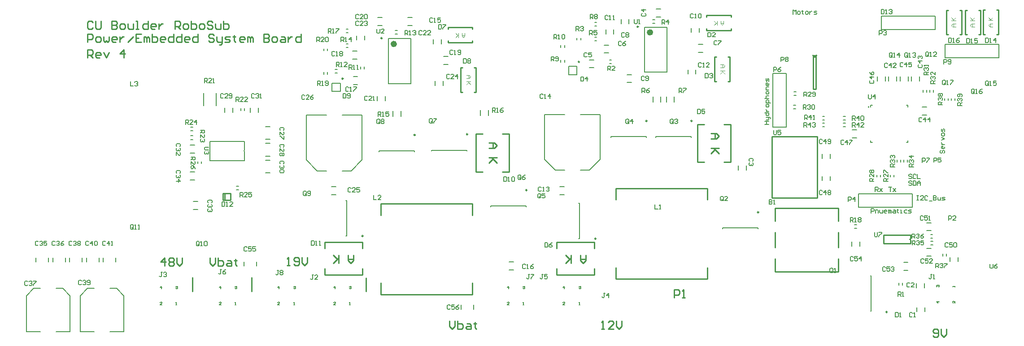
<source format=gto>
G04 Layer_Color=65535*
%FSLAX23Y23*%
%MOIN*%
G70*
G01*
G75*
%ADD57C,0.010*%
%ADD63C,0.006*%
%ADD84C,0.010*%
%ADD85C,0.002*%
%ADD86C,0.024*%
%ADD87C,0.008*%
%ADD88C,0.005*%
%ADD89C,0.004*%
%ADD90C,0.005*%
D57*
X9562Y4643D02*
G03*
X9587Y4643I13J0D01*
G01*
X10288Y3280D02*
G03*
X10288Y3268I0J-6D01*
G01*
X10693Y4799D02*
Y4980D01*
X10807Y4799D02*
Y4980D01*
X10693Y4799D02*
X10707D01*
X10693Y4980D02*
X10707D01*
X10793D02*
X10807D01*
X10793Y4799D02*
X10807D01*
X10553D02*
Y4980D01*
X10667Y4799D02*
Y4980D01*
X10553Y4799D02*
X10567D01*
X10553Y4980D02*
X10567D01*
X10653D02*
X10667D01*
X10653Y4799D02*
X10667D01*
X9562Y4643D02*
X9585D01*
X9565D02*
X9587D01*
X9565Y4393D02*
Y4643D01*
Y4393D02*
X9585D01*
Y4643D01*
X6350Y2862D02*
X7030D01*
X6350Y3538D02*
X7030D01*
Y3453D02*
Y3538D01*
X6350Y3453D02*
Y3538D01*
Y2862D02*
Y2947D01*
X7030Y2862D02*
Y2947D01*
X8097Y2978D02*
X8777D01*
X8097Y3653D02*
X8777D01*
Y3569D02*
Y3653D01*
X8097Y3569D02*
Y3653D01*
Y2978D02*
Y3062D01*
X8777Y2978D02*
Y3062D01*
X9259Y4040D02*
X9594D01*
Y3583D02*
Y4040D01*
X9259Y3583D02*
Y4040D01*
Y3583D02*
X9594D01*
X9752Y3212D02*
Y3324D01*
Y3032D02*
Y3127D01*
Y3409D02*
Y3504D01*
X9280Y3409D02*
Y3504D01*
Y3212D02*
Y3324D01*
X9280Y3032D02*
Y3127D01*
Y3032D02*
X9752D01*
X9280Y3504D02*
X9752D01*
X5933Y3007D02*
X6214D01*
X5933Y3253D02*
X6214D01*
Y3204D02*
Y3253D01*
Y3007D02*
Y3056D01*
X5933Y3204D02*
Y3253D01*
Y3007D02*
Y3056D01*
X7303Y3776D02*
Y4057D01*
X7057Y3776D02*
Y4057D01*
X7106D01*
X7254D02*
X7303D01*
X7057Y3776D02*
X7106D01*
X7254D02*
X7303D01*
X7658Y3007D02*
X7939D01*
X7658Y3253D02*
X7939D01*
Y3204D02*
Y3253D01*
Y3007D02*
Y3056D01*
X7658Y3204D02*
Y3253D01*
Y3007D02*
Y3056D01*
X8950Y3847D02*
Y4128D01*
X8704Y3847D02*
Y4128D01*
X8754D01*
X8901D02*
X8950D01*
X8704Y3847D02*
X8754D01*
X8901D02*
X8950D01*
X5191Y3566D02*
Y3614D01*
X5179Y3616D02*
X5234D01*
X5178Y3564D02*
Y3616D01*
Y3564D02*
X5234D01*
Y3564D02*
Y3616D01*
X10087Y3306D02*
X10288D01*
X10087Y3241D02*
Y3306D01*
Y3241D02*
X10288D01*
Y3268D01*
Y3280D02*
Y3306D01*
X6943Y4551D02*
X6957D01*
X6943Y4370D02*
X6957D01*
X7043D02*
X7057D01*
X7043Y4551D02*
X7057D01*
X6943Y4370D02*
Y4551D01*
X7057Y4370D02*
Y4551D01*
X7031Y4838D02*
Y4852D01*
X6850Y4838D02*
Y4852D01*
Y4738D02*
Y4752D01*
X7031Y4738D02*
Y4752D01*
X6850Y4852D02*
X7031D01*
X6850Y4738D02*
X7031D01*
X8830Y4631D02*
X8844D01*
X8830Y4450D02*
X8844D01*
X8930D02*
X8944D01*
X8930Y4631D02*
X8944D01*
X8830Y4450D02*
Y4631D01*
X8944Y4450D02*
Y4631D01*
X8953Y4928D02*
Y4943D01*
X8772Y4928D02*
Y4943D01*
Y4828D02*
Y4843D01*
X8953Y4828D02*
Y4843D01*
X8772Y4943D02*
X8953D01*
X8772Y4828D02*
X8953D01*
X10928Y4800D02*
X10942D01*
X10928Y4981D02*
X10942D01*
X10828D02*
X10842D01*
X10828Y4800D02*
X10842D01*
X10942D02*
Y4981D01*
X10828Y4800D02*
Y4981D01*
X6240Y2885D02*
Y2985D01*
X5390Y2885D02*
Y2990D01*
X4950Y2885D02*
Y2990D01*
X4210Y4887D02*
X4200Y4897D01*
X4180D01*
X4170Y4887D01*
Y4847D01*
X4180Y4837D01*
X4200D01*
X4210Y4847D01*
X4230Y4897D02*
Y4847D01*
X4240Y4837D01*
X4260D01*
X4270Y4847D01*
Y4897D01*
X4350D02*
Y4837D01*
X4380D01*
X4390Y4847D01*
Y4857D01*
X4380Y4867D01*
X4350D01*
X4380D01*
X4390Y4877D01*
Y4887D01*
X4380Y4897D01*
X4350D01*
X4420Y4837D02*
X4440D01*
X4450Y4847D01*
Y4867D01*
X4440Y4877D01*
X4420D01*
X4410Y4867D01*
Y4847D01*
X4420Y4837D01*
X4470Y4877D02*
Y4847D01*
X4480Y4837D01*
X4510D01*
Y4877D01*
X4530Y4837D02*
X4550D01*
X4540D01*
Y4897D01*
X4530D01*
X4620D02*
Y4837D01*
X4590D01*
X4580Y4847D01*
Y4867D01*
X4590Y4877D01*
X4620D01*
X4670Y4837D02*
X4650D01*
X4640Y4847D01*
Y4867D01*
X4650Y4877D01*
X4670D01*
X4680Y4867D01*
Y4857D01*
X4640D01*
X4700Y4877D02*
Y4837D01*
Y4857D01*
X4710Y4867D01*
X4720Y4877D01*
X4730D01*
X4820Y4837D02*
Y4897D01*
X4850D01*
X4860Y4887D01*
Y4867D01*
X4850Y4857D01*
X4820D01*
X4840D02*
X4860Y4837D01*
X4890D02*
X4910D01*
X4920Y4847D01*
Y4867D01*
X4910Y4877D01*
X4890D01*
X4880Y4867D01*
Y4847D01*
X4890Y4837D01*
X4940Y4897D02*
Y4837D01*
X4970D01*
X4980Y4847D01*
Y4857D01*
Y4867D01*
X4970Y4877D01*
X4940D01*
X5010Y4837D02*
X5030D01*
X5040Y4847D01*
Y4867D01*
X5030Y4877D01*
X5010D01*
X5000Y4867D01*
Y4847D01*
X5010Y4837D01*
X5100Y4887D02*
X5090Y4897D01*
X5070D01*
X5060Y4887D01*
Y4877D01*
X5070Y4867D01*
X5090D01*
X5100Y4857D01*
Y4847D01*
X5090Y4837D01*
X5070D01*
X5060Y4847D01*
X5120Y4877D02*
Y4847D01*
X5130Y4837D01*
X5160D01*
Y4877D01*
X5180Y4897D02*
Y4837D01*
X5210D01*
X5220Y4847D01*
Y4857D01*
Y4867D01*
X5210Y4877D01*
X5180D01*
X4170Y4741D02*
Y4801D01*
X4200D01*
X4210Y4791D01*
Y4771D01*
X4200Y4761D01*
X4170D01*
X4240Y4741D02*
X4260D01*
X4270Y4751D01*
Y4771D01*
X4260Y4781D01*
X4240D01*
X4230Y4771D01*
Y4751D01*
X4240Y4741D01*
X4290Y4781D02*
Y4751D01*
X4300Y4741D01*
X4310Y4751D01*
X4320Y4741D01*
X4330Y4751D01*
Y4781D01*
X4380Y4741D02*
X4360D01*
X4350Y4751D01*
Y4771D01*
X4360Y4781D01*
X4380D01*
X4390Y4771D01*
Y4761D01*
X4350D01*
X4410Y4781D02*
Y4741D01*
Y4761D01*
X4420Y4771D01*
X4430Y4781D01*
X4440D01*
X4470Y4741D02*
X4510Y4781D01*
X4570Y4801D02*
X4530D01*
Y4741D01*
X4570D01*
X4530Y4771D02*
X4550D01*
X4590Y4741D02*
Y4781D01*
X4600D01*
X4610Y4771D01*
Y4741D01*
Y4771D01*
X4620Y4781D01*
X4630Y4771D01*
Y4741D01*
X4650Y4801D02*
Y4741D01*
X4680D01*
X4690Y4751D01*
Y4761D01*
Y4771D01*
X4680Y4781D01*
X4650D01*
X4740Y4741D02*
X4720D01*
X4710Y4751D01*
Y4771D01*
X4720Y4781D01*
X4740D01*
X4750Y4771D01*
Y4761D01*
X4710D01*
X4810Y4801D02*
Y4741D01*
X4780D01*
X4770Y4751D01*
Y4771D01*
X4780Y4781D01*
X4810D01*
X4870Y4801D02*
Y4741D01*
X4840D01*
X4830Y4751D01*
Y4771D01*
X4840Y4781D01*
X4870D01*
X4920Y4741D02*
X4900D01*
X4890Y4751D01*
Y4771D01*
X4900Y4781D01*
X4920D01*
X4930Y4771D01*
Y4761D01*
X4890D01*
X4990Y4801D02*
Y4741D01*
X4960D01*
X4950Y4751D01*
Y4771D01*
X4960Y4781D01*
X4990D01*
X5110Y4791D02*
X5100Y4801D01*
X5080D01*
X5070Y4791D01*
Y4781D01*
X5080Y4771D01*
X5100D01*
X5110Y4761D01*
Y4751D01*
X5100Y4741D01*
X5080D01*
X5070Y4751D01*
X5130Y4781D02*
Y4751D01*
X5140Y4741D01*
X5170D01*
Y4731D01*
X5160Y4721D01*
X5150D01*
X5170Y4741D02*
Y4781D01*
X5190Y4741D02*
X5220D01*
X5230Y4751D01*
X5220Y4761D01*
X5200D01*
X5190Y4771D01*
X5200Y4781D01*
X5230D01*
X5260Y4791D02*
Y4781D01*
X5250D01*
X5270D01*
X5260D01*
Y4751D01*
X5270Y4741D01*
X5330D02*
X5310D01*
X5300Y4751D01*
Y4771D01*
X5310Y4781D01*
X5330D01*
X5340Y4771D01*
Y4761D01*
X5300D01*
X5360Y4741D02*
Y4781D01*
X5370D01*
X5380Y4771D01*
Y4741D01*
Y4771D01*
X5390Y4781D01*
X5400Y4771D01*
Y4741D01*
X5480Y4801D02*
Y4741D01*
X5510D01*
X5520Y4751D01*
Y4761D01*
X5510Y4771D01*
X5480D01*
X5510D01*
X5520Y4781D01*
Y4791D01*
X5510Y4801D01*
X5480D01*
X5550Y4741D02*
X5570D01*
X5580Y4751D01*
Y4771D01*
X5570Y4781D01*
X5550D01*
X5540Y4771D01*
Y4751D01*
X5550Y4741D01*
X5610Y4781D02*
X5630D01*
X5640Y4771D01*
Y4741D01*
X5610D01*
X5600Y4751D01*
X5610Y4761D01*
X5640D01*
X5660Y4781D02*
Y4741D01*
Y4761D01*
X5670Y4771D01*
X5680Y4781D01*
X5690D01*
X5759Y4801D02*
Y4741D01*
X5729D01*
X5719Y4751D01*
Y4771D01*
X5729Y4781D01*
X5759D01*
X4170Y4625D02*
Y4685D01*
X4200D01*
X4210Y4675D01*
Y4655D01*
X4200Y4645D01*
X4170D01*
X4190D02*
X4210Y4625D01*
X4260D02*
X4240D01*
X4230Y4635D01*
Y4655D01*
X4240Y4665D01*
X4260D01*
X4270Y4655D01*
Y4645D01*
X4230D01*
X4290Y4665D02*
X4310Y4625D01*
X4330Y4665D01*
X4440Y4625D02*
Y4685D01*
X4410Y4655D01*
X4450D01*
X8530Y2840D02*
Y2900D01*
X8560D01*
X8570Y2890D01*
Y2870D01*
X8560Y2860D01*
X8530D01*
X8590Y2840D02*
X8610D01*
X8600D01*
Y2900D01*
X8590Y2890D01*
X6038Y3095D02*
Y3155D01*
Y3135D01*
X5998Y3095D01*
X6028Y3125D01*
X5998Y3155D01*
X6148D02*
Y3115D01*
X6128Y3095D01*
X6108Y3115D01*
Y3155D01*
Y3125D01*
X6148D01*
X7215Y3881D02*
X7155D01*
X7175D01*
X7215Y3841D01*
X7185Y3871D01*
X7155Y3841D01*
Y3992D02*
X7195D01*
X7215Y3972D01*
X7195Y3952D01*
X7155D01*
X7185D01*
Y3992D01*
X7763Y3095D02*
Y3155D01*
Y3135D01*
X7723Y3095D01*
X7753Y3125D01*
X7723Y3155D01*
X7873D02*
Y3115D01*
X7853Y3095D01*
X7833Y3115D01*
Y3155D01*
Y3125D01*
X7873D01*
X8863Y3952D02*
X8803D01*
X8823D01*
X8863Y3912D01*
X8833Y3942D01*
X8803Y3912D01*
Y4062D02*
X8843D01*
X8863Y4042D01*
X8843Y4022D01*
X8803D01*
X8833D01*
Y4062D01*
X10455Y2555D02*
X10465Y2545D01*
X10485D01*
X10495Y2555D01*
Y2595D01*
X10485Y2605D01*
X10465D01*
X10455Y2595D01*
Y2585D01*
X10465Y2575D01*
X10495D01*
X10515Y2605D02*
Y2565D01*
X10535Y2545D01*
X10555Y2565D01*
Y2605D01*
X5655Y3080D02*
X5675D01*
X5665D01*
Y3140D01*
X5655Y3130D01*
X5705Y3090D02*
X5715Y3080D01*
X5735D01*
X5745Y3090D01*
Y3130D01*
X5735Y3140D01*
X5715D01*
X5705Y3130D01*
Y3120D01*
X5715Y3110D01*
X5745D01*
X5765Y3140D02*
Y3100D01*
X5785Y3080D01*
X5805Y3100D01*
Y3140D01*
X7990Y2605D02*
X8010D01*
X8000D01*
Y2665D01*
X7990Y2655D01*
X8080Y2605D02*
X8040D01*
X8080Y2645D01*
Y2655D01*
X8070Y2665D01*
X8050D01*
X8040Y2655D01*
X8100Y2665D02*
Y2625D01*
X8120Y2605D01*
X8140Y2625D01*
Y2665D01*
X5080Y3135D02*
Y3095D01*
X5100Y3075D01*
X5120Y3095D01*
Y3135D01*
X5140D02*
Y3075D01*
X5170D01*
X5180Y3085D01*
Y3095D01*
Y3105D01*
X5170Y3115D01*
X5140D01*
X5210D02*
X5230D01*
X5240Y3105D01*
Y3075D01*
X5210D01*
X5200Y3085D01*
X5210Y3095D01*
X5240D01*
X5270Y3125D02*
Y3115D01*
X5260D01*
X5280D01*
X5270D01*
Y3085D01*
X5280Y3075D01*
X4745D02*
Y3135D01*
X4715Y3105D01*
X4755D01*
X4775Y3125D02*
X4785Y3135D01*
X4805D01*
X4815Y3125D01*
Y3115D01*
X4805Y3105D01*
X4815Y3095D01*
Y3085D01*
X4805Y3075D01*
X4785D01*
X4775Y3085D01*
Y3095D01*
X4785Y3105D01*
X4775Y3115D01*
Y3125D01*
X4785Y3105D02*
X4805D01*
X4835Y3135D02*
Y3095D01*
X4855Y3075D01*
X4875Y3095D01*
Y3135D01*
X6860Y2665D02*
Y2625D01*
X6880Y2605D01*
X6900Y2625D01*
Y2665D01*
X6920D02*
Y2605D01*
X6950D01*
X6960Y2615D01*
Y2625D01*
Y2635D01*
X6950Y2645D01*
X6920D01*
X6990D02*
X7010D01*
X7020Y2635D01*
Y2605D01*
X6990D01*
X6980Y2615D01*
X6990Y2625D01*
X7020D01*
X7050Y2655D02*
Y2645D01*
X7040D01*
X7060D01*
X7050D01*
Y2615D01*
X7060Y2605D01*
D63*
X10535Y4580D02*
Y4612D01*
X10551D01*
X10556Y4607D01*
Y4596D01*
X10551Y4591D01*
X10535D01*
X10567Y4585D02*
X10572Y4580D01*
X10583D01*
X10588Y4585D01*
Y4607D01*
X10583Y4612D01*
X10572D01*
X10567Y4607D01*
Y4601D01*
X10572Y4596D01*
X10588D01*
X10546Y4430D02*
Y4452D01*
X10541Y4457D01*
X10530D01*
X10525Y4452D01*
Y4430D01*
X10530Y4425D01*
X10541D01*
X10536Y4436D02*
X10546Y4425D01*
X10541D02*
X10546Y4430D01*
X10557Y4425D02*
X10568D01*
X10562D01*
Y4457D01*
X10557Y4452D01*
X10584Y4457D02*
X10605D01*
Y4452D01*
X10584Y4430D01*
Y4425D01*
X10761Y4365D02*
Y4387D01*
X10756Y4392D01*
X10745D01*
X10740Y4387D01*
Y4365D01*
X10745Y4360D01*
X10756D01*
X10751Y4371D02*
X10761Y4360D01*
X10756D02*
X10761Y4365D01*
X10772Y4360D02*
X10783D01*
X10777D01*
Y4392D01*
X10772Y4387D01*
X10820Y4392D02*
X10809Y4387D01*
X10799Y4376D01*
Y4365D01*
X10804Y4360D01*
X10815D01*
X10820Y4365D01*
Y4371D01*
X10815Y4376D01*
X10799D01*
X10705Y4767D02*
Y4735D01*
X10721D01*
X10726Y4740D01*
Y4762D01*
X10721Y4767D01*
X10705D01*
X10737Y4735D02*
X10748D01*
X10742D01*
Y4767D01*
X10737Y4762D01*
X10785Y4767D02*
X10764D01*
Y4751D01*
X10774Y4756D01*
X10780D01*
X10785Y4751D01*
Y4740D01*
X10780Y4735D01*
X10769D01*
X10764Y4740D01*
X10570Y4772D02*
Y4740D01*
X10586D01*
X10591Y4745D01*
Y4767D01*
X10586Y4772D01*
X10570D01*
X10602Y4740D02*
X10613D01*
X10607D01*
Y4772D01*
X10602Y4767D01*
X10650Y4772D02*
X10639Y4767D01*
X10629Y4756D01*
Y4745D01*
X10634Y4740D01*
X10645D01*
X10650Y4745D01*
Y4751D01*
X10645Y4756D01*
X10629D01*
X9500Y4165D02*
Y4197D01*
X9516D01*
X9522Y4192D01*
Y4181D01*
X9516Y4176D01*
X9500D01*
X9511D02*
X9522Y4165D01*
X9548D02*
Y4197D01*
X9532Y4181D01*
X9554D01*
X9564Y4165D02*
X9575D01*
X9570D01*
Y4197D01*
X9564Y4192D01*
X9855Y4160D02*
Y4192D01*
X9871D01*
X9876Y4187D01*
Y4176D01*
X9871Y4171D01*
X9855D01*
X9866D02*
X9876Y4160D01*
X9903D02*
Y4192D01*
X9887Y4176D01*
X9908D01*
X9919Y4187D02*
X9924Y4192D01*
X9935D01*
X9940Y4187D01*
Y4165D01*
X9935Y4160D01*
X9924D01*
X9919Y4165D01*
Y4187D01*
X9495Y4110D02*
Y4142D01*
X9511D01*
X9516Y4137D01*
Y4126D01*
X9511Y4121D01*
X9495D01*
X9506D02*
X9516Y4110D01*
X9543D02*
Y4142D01*
X9527Y4126D01*
X9548D01*
X9559Y4137D02*
X9564Y4142D01*
X9575D01*
X9580Y4137D01*
Y4131D01*
X9575Y4126D01*
X9570D01*
X9575D01*
X9580Y4121D01*
Y4115D01*
X9575Y4110D01*
X9564D01*
X9559Y4115D01*
X9855Y4110D02*
Y4142D01*
X9871D01*
X9877Y4137D01*
Y4126D01*
X9871Y4121D01*
X9855D01*
X9866D02*
X9877Y4110D01*
X9903D02*
Y4142D01*
X9887Y4126D01*
X9909D01*
X9941Y4110D02*
X9919D01*
X9941Y4131D01*
Y4137D01*
X9935Y4142D01*
X9925D01*
X9919Y4137D01*
X10670Y4270D02*
X10638D01*
Y4286D01*
X10643Y4291D01*
X10654D01*
X10659Y4286D01*
Y4270D01*
Y4281D02*
X10670Y4291D01*
X10643Y4302D02*
X10638Y4307D01*
Y4318D01*
X10643Y4323D01*
X10649D01*
X10654Y4318D01*
Y4313D01*
Y4318D01*
X10659Y4323D01*
X10665D01*
X10670Y4318D01*
Y4307D01*
X10665Y4302D01*
Y4334D02*
X10670Y4339D01*
Y4350D01*
X10665Y4355D01*
X10643D01*
X10638Y4350D01*
Y4339D01*
X10643Y4334D01*
X10649D01*
X10654Y4339D01*
Y4355D01*
X10525Y4275D02*
X10493D01*
Y4291D01*
X10498Y4296D01*
X10509D01*
X10514Y4291D01*
Y4275D01*
Y4286D02*
X10525Y4296D01*
X10498Y4307D02*
X10493Y4312D01*
Y4323D01*
X10498Y4328D01*
X10504D01*
X10509Y4323D01*
Y4318D01*
Y4323D01*
X10514Y4328D01*
X10520D01*
X10525Y4323D01*
Y4312D01*
X10520Y4307D01*
X10498Y4339D02*
X10493Y4344D01*
Y4355D01*
X10498Y4360D01*
X10504D01*
X10509Y4355D01*
X10514Y4360D01*
X10520D01*
X10525Y4355D01*
Y4344D01*
X10520Y4339D01*
X10514D01*
X10509Y4344D01*
X10504Y4339D01*
X10498D01*
X10509Y4344D02*
Y4355D01*
X10866Y4425D02*
Y4447D01*
X10861Y4452D01*
X10850D01*
X10845Y4447D01*
Y4425D01*
X10850Y4420D01*
X10861D01*
X10856Y4431D02*
X10866Y4420D01*
X10861D02*
X10866Y4425D01*
X10877Y4420D02*
X10888D01*
X10882D01*
Y4452D01*
X10877Y4447D01*
X10925Y4452D02*
X10904D01*
Y4436D01*
X10914Y4441D01*
X10920D01*
X10925Y4436D01*
Y4425D01*
X10920Y4420D01*
X10909D01*
X10904Y4425D01*
X10845Y4772D02*
Y4740D01*
X10861D01*
X10866Y4745D01*
Y4767D01*
X10861Y4772D01*
X10845D01*
X10877Y4740D02*
X10888D01*
X10882D01*
Y4772D01*
X10877Y4767D01*
X10920Y4740D02*
Y4772D01*
X10904Y4756D01*
X10925D01*
X10375Y3845D02*
Y3877D01*
X10391D01*
X10396Y3872D01*
Y3861D01*
X10391Y3856D01*
X10375D01*
X10407Y3877D02*
X10428D01*
Y3872D01*
X10407Y3850D01*
Y3845D01*
X5040Y4440D02*
Y4472D01*
X5056D01*
X5061Y4467D01*
Y4456D01*
X5056Y4451D01*
X5040D01*
X5051D02*
X5061Y4440D01*
X5093D02*
X5072D01*
X5093Y4461D01*
Y4467D01*
X5088Y4472D01*
X5077D01*
X5072Y4467D01*
X5104Y4440D02*
X5115D01*
X5109D01*
Y4472D01*
X5104Y4467D01*
X10460Y3847D02*
Y3879D01*
X10476D01*
X10481Y3874D01*
Y3863D01*
X10476Y3858D01*
X10460D01*
X10513Y3879D02*
X10492D01*
Y3863D01*
X10503Y3868D01*
X10508D01*
X10513Y3863D01*
Y3852D01*
X10508Y3847D01*
X10497D01*
X10492Y3852D01*
X9840Y3403D02*
Y3435D01*
X9856D01*
X9861Y3430D01*
Y3419D01*
X9856Y3414D01*
X9840D01*
X9851D02*
X9861Y3403D01*
X9872D02*
X9883D01*
X9877D01*
Y3435D01*
X9872Y3430D01*
X9899D02*
X9904Y3435D01*
X9915D01*
X9920Y3430D01*
Y3424D01*
X9915Y3419D01*
X9920Y3414D01*
Y3408D01*
X9915Y3403D01*
X9904D01*
X9899Y3408D01*
Y3414D01*
X9904Y3419D01*
X9899Y3424D01*
Y3430D01*
X9904Y3419D02*
X9915D01*
X5072Y3960D02*
X5045D01*
X5040Y3955D01*
Y3944D01*
X5045Y3939D01*
X5072D01*
X5067Y3928D02*
X5072Y3923D01*
Y3912D01*
X5067Y3907D01*
X5061D01*
X5056Y3912D01*
Y3917D01*
Y3912D01*
X5051Y3907D01*
X5045D01*
X5040Y3912D01*
Y3923D01*
X5045Y3928D01*
X9238Y3567D02*
Y3535D01*
X9254D01*
X9259Y3541D01*
Y3546D01*
X9254Y3551D01*
X9238D01*
X9254D01*
X9259Y3557D01*
Y3562D01*
X9254Y3567D01*
X9238D01*
X9270Y3535D02*
X9281D01*
X9275D01*
Y3567D01*
X9270Y3562D01*
X10301Y2722D02*
X10296Y2727D01*
X10285D01*
X10280Y2722D01*
Y2700D01*
X10285Y2695D01*
X10296D01*
X10301Y2700D01*
X10312Y2695D02*
X10323D01*
X10317D01*
Y2727D01*
X10312Y2722D01*
X10281Y2945D02*
X10276Y2950D01*
X10265D01*
X10260Y2945D01*
Y2923D01*
X10265Y2918D01*
X10276D01*
X10281Y2923D01*
X10313Y2918D02*
X10292D01*
X10313Y2939D01*
Y2945D01*
X10308Y2950D01*
X10297D01*
X10292Y2945D01*
X9114Y3854D02*
X9119Y3860D01*
Y3870D01*
X9114Y3876D01*
X9093D01*
X9087Y3870D01*
Y3860D01*
X9093Y3854D01*
X9114Y3844D02*
X9119Y3838D01*
Y3828D01*
X9114Y3822D01*
X9109D01*
X9103Y3828D01*
Y3833D01*
Y3828D01*
X9098Y3822D01*
X9093D01*
X9087Y3828D01*
Y3838D01*
X9093Y3844D01*
X8293Y4956D02*
X8288Y4951D01*
Y4940D01*
X8293Y4935D01*
X8315D01*
X8320Y4940D01*
Y4951D01*
X8315Y4956D01*
X8320Y4983D02*
X8288D01*
X8304Y4967D01*
Y4988D01*
X7884Y4657D02*
X7878Y4663D01*
X7868D01*
X7862Y4657D01*
Y4636D01*
X7868Y4631D01*
X7878D01*
X7884Y4636D01*
X7916Y4663D02*
X7894D01*
Y4647D01*
X7905Y4652D01*
X7910D01*
X7916Y4647D01*
Y4636D01*
X7910Y4631D01*
X7900D01*
X7894Y4636D01*
X8139Y4742D02*
X8133Y4748D01*
X8123D01*
X8117Y4742D01*
Y4721D01*
X8123Y4716D01*
X8133D01*
X8139Y4721D01*
X8171Y4748D02*
X8160Y4742D01*
X8149Y4732D01*
Y4721D01*
X8155Y4716D01*
X8165D01*
X8171Y4721D01*
Y4726D01*
X8165Y4732D01*
X8149D01*
X8849Y4747D02*
X8843Y4753D01*
X8833D01*
X8827Y4747D01*
Y4726D01*
X8833Y4721D01*
X8843D01*
X8849Y4726D01*
X8859Y4753D02*
X8881D01*
Y4747D01*
X8859Y4726D01*
Y4721D01*
X8161Y4807D02*
X8156Y4812D01*
X8145D01*
X8140Y4807D01*
Y4785D01*
X8145Y4780D01*
X8156D01*
X8161Y4785D01*
X8172Y4807D02*
X8177Y4812D01*
X8188D01*
X8193Y4807D01*
Y4801D01*
X8188Y4796D01*
X8193Y4791D01*
Y4785D01*
X8188Y4780D01*
X8177D01*
X8172Y4785D01*
Y4791D01*
X8177Y4796D01*
X8172Y4801D01*
Y4807D01*
X8177Y4796D02*
X8188D01*
X8309Y4482D02*
X8303Y4488D01*
X8293D01*
X8287Y4482D01*
Y4461D01*
X8293Y4456D01*
X8303D01*
X8309Y4461D01*
X8319D02*
X8325Y4456D01*
X8335D01*
X8341Y4461D01*
Y4482D01*
X8335Y4488D01*
X8325D01*
X8319Y4482D01*
Y4477D01*
X8325Y4472D01*
X8341D01*
X8674Y4947D02*
X8668Y4953D01*
X8658D01*
X8652Y4947D01*
Y4926D01*
X8658Y4921D01*
X8668D01*
X8674Y4926D01*
X8684Y4921D02*
X8695D01*
X8690D01*
Y4953D01*
X8684Y4947D01*
X8711D02*
X8716Y4953D01*
X8727D01*
X8732Y4947D01*
Y4926D01*
X8727Y4921D01*
X8716D01*
X8711Y4926D01*
Y4947D01*
X8039Y4935D02*
X8033Y4941D01*
X8023D01*
X8017Y4935D01*
Y4914D01*
X8023Y4909D01*
X8033D01*
X8039Y4914D01*
X8049Y4909D02*
X8060D01*
X8055D01*
Y4941D01*
X8049Y4935D01*
X8076Y4909D02*
X8087D01*
X8081D01*
Y4941D01*
X8076Y4935D01*
X8734Y4582D02*
X8728Y4588D01*
X8718D01*
X8712Y4582D01*
Y4561D01*
X8718Y4556D01*
X8728D01*
X8734Y4561D01*
X8744Y4556D02*
X8755D01*
X8750D01*
Y4588D01*
X8744Y4582D01*
X8792Y4556D02*
X8771D01*
X8792Y4577D01*
Y4582D01*
X8787Y4588D01*
X8776D01*
X8771Y4582D01*
X7544Y3657D02*
X7538Y3663D01*
X7528D01*
X7522Y3657D01*
Y3636D01*
X7528Y3631D01*
X7538D01*
X7544Y3636D01*
X7554Y3631D02*
X7565D01*
X7560D01*
Y3663D01*
X7554Y3657D01*
X7581D02*
X7586Y3663D01*
X7597D01*
X7602Y3657D01*
Y3652D01*
X7597Y3647D01*
X7592D01*
X7597D01*
X7602Y3641D01*
Y3636D01*
X7597Y3631D01*
X7586D01*
X7581Y3636D01*
X7556Y4348D02*
X7550Y4354D01*
X7540D01*
X7534Y4348D01*
Y4327D01*
X7540Y4322D01*
X7550D01*
X7556Y4327D01*
X7566Y4322D02*
X7577D01*
X7572D01*
Y4354D01*
X7566Y4348D01*
X7609Y4322D02*
Y4354D01*
X7593Y4338D01*
X7614D01*
X6736Y4917D02*
X6731Y4922D01*
X6720D01*
X6715Y4917D01*
Y4895D01*
X6720Y4890D01*
X6731D01*
X6736Y4895D01*
X6747Y4890D02*
X6758D01*
X6752D01*
Y4922D01*
X6747Y4917D01*
X6795Y4922D02*
X6774D01*
Y4906D01*
X6784Y4911D01*
X6790D01*
X6795Y4906D01*
Y4895D01*
X6790Y4890D01*
X6779D01*
X6774Y4895D01*
X7426Y3082D02*
X7421Y3087D01*
X7410D01*
X7405Y3082D01*
Y3060D01*
X7410Y3055D01*
X7421D01*
X7426Y3060D01*
X7437Y3055D02*
X7448D01*
X7442D01*
Y3087D01*
X7437Y3082D01*
X7485Y3087D02*
X7474Y3082D01*
X7464Y3071D01*
Y3060D01*
X7469Y3055D01*
X7480D01*
X7485Y3060D01*
Y3066D01*
X7480Y3071D01*
X7464D01*
X6111Y4402D02*
X6106Y4407D01*
X6095D01*
X6090Y4402D01*
Y4380D01*
X6095Y4375D01*
X6106D01*
X6111Y4380D01*
X6122Y4375D02*
X6133D01*
X6127D01*
Y4407D01*
X6122Y4402D01*
X6149Y4407D02*
X6170D01*
Y4402D01*
X6149Y4380D01*
Y4375D01*
X6008Y4667D02*
X6003Y4672D01*
X5992D01*
X5987Y4667D01*
Y4645D01*
X5992Y4640D01*
X6003D01*
X6008Y4645D01*
X6019Y4640D02*
X6030D01*
X6024D01*
Y4672D01*
X6019Y4667D01*
X6045D02*
X6051Y4672D01*
X6061D01*
X6067Y4667D01*
Y4661D01*
X6061Y4656D01*
X6067Y4651D01*
Y4645D01*
X6061Y4640D01*
X6051D01*
X6045Y4645D01*
Y4651D01*
X6051Y4656D01*
X6045Y4661D01*
Y4667D01*
X6051Y4656D02*
X6061D01*
X6886Y4677D02*
X6881Y4682D01*
X6870D01*
X6865Y4677D01*
Y4655D01*
X6870Y4650D01*
X6881D01*
X6886Y4655D01*
X6897Y4650D02*
X6908D01*
X6902D01*
Y4682D01*
X6897Y4677D01*
X6924Y4655D02*
X6929Y4650D01*
X6940D01*
X6945Y4655D01*
Y4677D01*
X6940Y4682D01*
X6929D01*
X6924Y4677D01*
Y4671D01*
X6929Y4666D01*
X6945D01*
X6186Y4942D02*
X6181Y4947D01*
X6170D01*
X6165Y4942D01*
Y4920D01*
X6170Y4915D01*
X6181D01*
X6186Y4920D01*
X6218Y4915D02*
X6197D01*
X6218Y4936D01*
Y4942D01*
X6213Y4947D01*
X6202D01*
X6197Y4942D01*
X6229D02*
X6234Y4947D01*
X6245D01*
X6250Y4942D01*
Y4920D01*
X6245Y4915D01*
X6234D01*
X6229Y4920D01*
Y4942D01*
X6251Y4334D02*
X6246Y4339D01*
X6235D01*
X6230Y4334D01*
Y4312D01*
X6235Y4307D01*
X6246D01*
X6251Y4312D01*
X6283Y4307D02*
X6262D01*
X6283Y4328D01*
Y4334D01*
X6278Y4339D01*
X6267D01*
X6262Y4334D01*
X6294Y4307D02*
X6305D01*
X6299D01*
Y4339D01*
X6294Y4334D01*
X6656Y4822D02*
X6651Y4827D01*
X6640D01*
X6635Y4822D01*
Y4800D01*
X6640Y4795D01*
X6651D01*
X6656Y4800D01*
X6688Y4795D02*
X6667D01*
X6688Y4816D01*
Y4822D01*
X6683Y4827D01*
X6672D01*
X6667Y4822D01*
X6720Y4795D02*
X6699D01*
X6720Y4816D01*
Y4822D01*
X6715Y4827D01*
X6704D01*
X6699Y4822D01*
X6186Y4892D02*
X6181Y4897D01*
X6170D01*
X6165Y4892D01*
Y4870D01*
X6170Y4865D01*
X6181D01*
X6186Y4870D01*
X6218Y4865D02*
X6197D01*
X6218Y4886D01*
Y4892D01*
X6213Y4897D01*
X6202D01*
X6197Y4892D01*
X6229D02*
X6234Y4897D01*
X6245D01*
X6250Y4892D01*
Y4886D01*
X6245Y4881D01*
X6240D01*
X6245D01*
X6250Y4876D01*
Y4870D01*
X6245Y4865D01*
X6234D01*
X6229Y4870D01*
X6861Y4497D02*
X6856Y4502D01*
X6845D01*
X6840Y4497D01*
Y4475D01*
X6845Y4470D01*
X6856D01*
X6861Y4475D01*
X6893Y4470D02*
X6872D01*
X6893Y4491D01*
Y4497D01*
X6888Y4502D01*
X6877D01*
X6872Y4497D01*
X6920Y4470D02*
Y4502D01*
X6904Y4486D01*
X6925D01*
X6129Y3652D02*
X6123Y3657D01*
X6113D01*
X6107Y3652D01*
Y3630D01*
X6113Y3625D01*
X6123D01*
X6129Y3630D01*
X6161Y3625D02*
X6139D01*
X6161Y3646D01*
Y3652D01*
X6155Y3657D01*
X6145D01*
X6139Y3652D01*
X6193Y3657D02*
X6171D01*
Y3641D01*
X6182Y3646D01*
X6187D01*
X6193Y3641D01*
Y3630D01*
X6187Y3625D01*
X6177D01*
X6171Y3630D01*
X5785Y4343D02*
X5780Y4348D01*
X5769D01*
X5764Y4343D01*
Y4321D01*
X5769Y4316D01*
X5780D01*
X5785Y4321D01*
X5817Y4316D02*
X5796D01*
X5817Y4337D01*
Y4343D01*
X5812Y4348D01*
X5801D01*
X5796Y4343D01*
X5849Y4348D02*
X5839Y4343D01*
X5828Y4332D01*
Y4321D01*
X5833Y4316D01*
X5844D01*
X5849Y4321D01*
Y4327D01*
X5844Y4332D01*
X5828D01*
X5627Y4084D02*
X5632Y4089D01*
Y4100D01*
X5627Y4105D01*
X5605D01*
X5600Y4100D01*
Y4089D01*
X5605Y4084D01*
X5600Y4052D02*
Y4073D01*
X5621Y4052D01*
X5627D01*
X5632Y4057D01*
Y4068D01*
X5627Y4073D01*
X5632Y4041D02*
Y4020D01*
X5627D01*
X5605Y4041D01*
X5600D01*
X5627Y3959D02*
X5632Y3964D01*
Y3975D01*
X5627Y3980D01*
X5605D01*
X5600Y3975D01*
Y3964D01*
X5605Y3959D01*
X5600Y3927D02*
Y3948D01*
X5621Y3927D01*
X5627D01*
X5632Y3932D01*
Y3943D01*
X5627Y3948D01*
Y3916D02*
X5632Y3911D01*
Y3900D01*
X5627Y3895D01*
X5621D01*
X5616Y3900D01*
X5611Y3895D01*
X5605D01*
X5600Y3900D01*
Y3911D01*
X5605Y3916D01*
X5611D01*
X5616Y3911D01*
X5621Y3916D01*
X5627D01*
X5616Y3911D02*
Y3900D01*
X5181Y4352D02*
X5176Y4357D01*
X5165D01*
X5160Y4352D01*
Y4330D01*
X5165Y4325D01*
X5176D01*
X5181Y4330D01*
X5213Y4325D02*
X5192D01*
X5213Y4346D01*
Y4352D01*
X5208Y4357D01*
X5197D01*
X5192Y4352D01*
X5224Y4330D02*
X5229Y4325D01*
X5240D01*
X5245Y4330D01*
Y4352D01*
X5240Y4357D01*
X5229D01*
X5224Y4352D01*
Y4346D01*
X5229Y4341D01*
X5245D01*
X5627Y3834D02*
X5632Y3839D01*
Y3850D01*
X5627Y3855D01*
X5605D01*
X5600Y3850D01*
Y3839D01*
X5605Y3834D01*
X5627Y3823D02*
X5632Y3818D01*
Y3807D01*
X5627Y3802D01*
X5621D01*
X5616Y3807D01*
Y3812D01*
Y3807D01*
X5611Y3802D01*
X5605D01*
X5600Y3807D01*
Y3818D01*
X5605Y3823D01*
X5627Y3791D02*
X5632Y3786D01*
Y3775D01*
X5627Y3770D01*
X5605D01*
X5600Y3775D01*
Y3786D01*
X5605Y3791D01*
X5627D01*
X5411Y4352D02*
X5406Y4357D01*
X5395D01*
X5390Y4352D01*
Y4330D01*
X5395Y4325D01*
X5406D01*
X5411Y4330D01*
X5422Y4352D02*
X5427Y4357D01*
X5438D01*
X5443Y4352D01*
Y4346D01*
X5438Y4341D01*
X5433D01*
X5438D01*
X5443Y4336D01*
Y4330D01*
X5438Y4325D01*
X5427D01*
X5422Y4330D01*
X5454Y4325D02*
X5465D01*
X5459D01*
Y4357D01*
X5454Y4352D01*
X4857Y3964D02*
X4862Y3969D01*
Y3980D01*
X4857Y3985D01*
X4835D01*
X4830Y3980D01*
Y3969D01*
X4835Y3964D01*
X4857Y3953D02*
X4862Y3948D01*
Y3937D01*
X4857Y3932D01*
X4851D01*
X4846Y3937D01*
Y3942D01*
Y3937D01*
X4841Y3932D01*
X4835D01*
X4830Y3937D01*
Y3948D01*
X4835Y3953D01*
X4830Y3900D02*
Y3921D01*
X4851Y3900D01*
X4857D01*
X4862Y3905D01*
Y3916D01*
X4857Y3921D01*
X5092Y3544D02*
X5097Y3549D01*
Y3560D01*
X5092Y3565D01*
X5070D01*
X5065Y3560D01*
Y3549D01*
X5070Y3544D01*
X5092Y3533D02*
X5097Y3528D01*
Y3517D01*
X5092Y3512D01*
X5086D01*
X5081Y3517D01*
Y3522D01*
Y3517D01*
X5076Y3512D01*
X5070D01*
X5065Y3517D01*
Y3528D01*
X5070Y3533D01*
X5092Y3501D02*
X5097Y3496D01*
Y3485D01*
X5092Y3480D01*
X5086D01*
X5081Y3485D01*
Y3490D01*
Y3485D01*
X5076Y3480D01*
X5070D01*
X5065Y3485D01*
Y3496D01*
X5070Y3501D01*
X4857Y3764D02*
X4862Y3769D01*
Y3780D01*
X4857Y3785D01*
X4835D01*
X4830Y3780D01*
Y3769D01*
X4835Y3764D01*
X4857Y3753D02*
X4862Y3748D01*
Y3737D01*
X4857Y3732D01*
X4851D01*
X4846Y3737D01*
Y3742D01*
Y3737D01*
X4841Y3732D01*
X4835D01*
X4830Y3737D01*
Y3748D01*
X4835Y3753D01*
X4830Y3705D02*
X4862D01*
X4846Y3721D01*
Y3700D01*
X3805Y3254D02*
X3800Y3259D01*
X3789D01*
X3784Y3254D01*
Y3232D01*
X3789Y3227D01*
X3800D01*
X3805Y3232D01*
X3816Y3254D02*
X3821Y3259D01*
X3832D01*
X3837Y3254D01*
Y3248D01*
X3832Y3243D01*
X3827D01*
X3832D01*
X3837Y3238D01*
Y3232D01*
X3832Y3227D01*
X3821D01*
X3816Y3232D01*
X3869Y3259D02*
X3848D01*
Y3243D01*
X3859Y3248D01*
X3864D01*
X3869Y3243D01*
Y3232D01*
X3864Y3227D01*
X3853D01*
X3848Y3232D01*
X3930Y3254D02*
X3925Y3259D01*
X3914D01*
X3909Y3254D01*
Y3232D01*
X3914Y3227D01*
X3925D01*
X3930Y3232D01*
X3941Y3254D02*
X3946Y3259D01*
X3957D01*
X3962Y3254D01*
Y3248D01*
X3957Y3243D01*
X3952D01*
X3957D01*
X3962Y3238D01*
Y3232D01*
X3957Y3227D01*
X3946D01*
X3941Y3232D01*
X3994Y3259D02*
X3984Y3254D01*
X3973Y3243D01*
Y3232D01*
X3978Y3227D01*
X3989D01*
X3994Y3232D01*
Y3238D01*
X3989Y3243D01*
X3973D01*
X3726Y2957D02*
X3721Y2962D01*
X3710D01*
X3705Y2957D01*
Y2935D01*
X3710Y2930D01*
X3721D01*
X3726Y2935D01*
X3737Y2957D02*
X3742Y2962D01*
X3753D01*
X3758Y2957D01*
Y2951D01*
X3753Y2946D01*
X3748D01*
X3753D01*
X3758Y2941D01*
Y2935D01*
X3753Y2930D01*
X3742D01*
X3737Y2935D01*
X3769Y2962D02*
X3790D01*
Y2957D01*
X3769Y2935D01*
Y2930D01*
X4055Y3254D02*
X4050Y3259D01*
X4039D01*
X4034Y3254D01*
Y3232D01*
X4039Y3227D01*
X4050D01*
X4055Y3232D01*
X4066Y3254D02*
X4071Y3259D01*
X4082D01*
X4087Y3254D01*
Y3248D01*
X4082Y3243D01*
X4077D01*
X4082D01*
X4087Y3238D01*
Y3232D01*
X4082Y3227D01*
X4071D01*
X4066Y3232D01*
X4098Y3254D02*
X4103Y3259D01*
X4114D01*
X4119Y3254D01*
Y3248D01*
X4114Y3243D01*
X4119Y3238D01*
Y3232D01*
X4114Y3227D01*
X4103D01*
X4098Y3232D01*
Y3238D01*
X4103Y3243D01*
X4098Y3248D01*
Y3254D01*
X4103Y3243D02*
X4114D01*
X4126Y2962D02*
X4121Y2967D01*
X4110D01*
X4105Y2962D01*
Y2940D01*
X4110Y2935D01*
X4121D01*
X4126Y2940D01*
X4137Y2962D02*
X4142Y2967D01*
X4153D01*
X4158Y2962D01*
Y2956D01*
X4153Y2951D01*
X4148D01*
X4153D01*
X4158Y2946D01*
Y2940D01*
X4153Y2935D01*
X4142D01*
X4137Y2940D01*
X4169D02*
X4174Y2935D01*
X4185D01*
X4190Y2940D01*
Y2962D01*
X4185Y2967D01*
X4174D01*
X4169Y2962D01*
Y2956D01*
X4174Y2951D01*
X4190D01*
X4180Y3254D02*
X4175Y3259D01*
X4164D01*
X4159Y3254D01*
Y3232D01*
X4164Y3227D01*
X4175D01*
X4180Y3232D01*
X4207Y3227D02*
Y3259D01*
X4191Y3243D01*
X4212D01*
X4223Y3254D02*
X4228Y3259D01*
X4239D01*
X4244Y3254D01*
Y3232D01*
X4239Y3227D01*
X4228D01*
X4223Y3232D01*
Y3254D01*
X4305D02*
X4300Y3259D01*
X4289D01*
X4284Y3254D01*
Y3232D01*
X4289Y3227D01*
X4300D01*
X4305Y3232D01*
X4332Y3227D02*
Y3259D01*
X4316Y3243D01*
X4337D01*
X4348Y3227D02*
X4359D01*
X4353D01*
Y3259D01*
X4348Y3254D01*
X10116Y4580D02*
X10111Y4585D01*
X10100D01*
X10095Y4580D01*
Y4558D01*
X10100Y4553D01*
X10111D01*
X10116Y4558D01*
X10143Y4553D02*
Y4585D01*
X10127Y4569D01*
X10148D01*
X10180Y4553D02*
X10159D01*
X10180Y4574D01*
Y4580D01*
X10175Y4585D01*
X10164D01*
X10159Y4580D01*
X10348Y4574D02*
X10343Y4569D01*
Y4558D01*
X10348Y4553D01*
X10370D01*
X10375Y4558D01*
Y4569D01*
X10370Y4574D01*
X10375Y4601D02*
X10343D01*
X10359Y4585D01*
Y4606D01*
X10348Y4617D02*
X10343Y4622D01*
Y4633D01*
X10348Y4638D01*
X10354D01*
X10359Y4633D01*
Y4628D01*
Y4633D01*
X10364Y4638D01*
X10370D01*
X10375Y4633D01*
Y4622D01*
X10370Y4617D01*
X10371Y4175D02*
X10366Y4180D01*
X10355D01*
X10350Y4175D01*
Y4153D01*
X10355Y4148D01*
X10366D01*
X10371Y4153D01*
X10398Y4148D02*
Y4180D01*
X10382Y4164D01*
X10403D01*
X10430Y4148D02*
Y4180D01*
X10414Y4164D01*
X10435D01*
X10231Y4585D02*
X10226Y4590D01*
X10215D01*
X10210Y4585D01*
Y4563D01*
X10215Y4558D01*
X10226D01*
X10231Y4563D01*
X10258Y4558D02*
Y4590D01*
X10242Y4574D01*
X10263D01*
X10295Y4590D02*
X10274D01*
Y4574D01*
X10285Y4579D01*
X10290D01*
X10295Y4574D01*
Y4563D01*
X10290Y4558D01*
X10279D01*
X10274Y4563D01*
X9988Y4456D02*
X9983Y4451D01*
Y4440D01*
X9988Y4435D01*
X10010D01*
X10015Y4440D01*
Y4451D01*
X10010Y4456D01*
X10015Y4483D02*
X9983D01*
X9999Y4467D01*
Y4488D01*
X9983Y4520D02*
X9988Y4510D01*
X9999Y4499D01*
X10010D01*
X10015Y4504D01*
Y4515D01*
X10010Y4520D01*
X10004D01*
X9999Y4515D01*
Y4499D01*
X9791Y4007D02*
X9786Y4012D01*
X9775D01*
X9770Y4007D01*
Y3985D01*
X9775Y3980D01*
X9786D01*
X9791Y3985D01*
X9818Y3980D02*
Y4012D01*
X9802Y3996D01*
X9823D01*
X9834Y4012D02*
X9855D01*
Y4007D01*
X9834Y3985D01*
Y3980D01*
X9631Y3633D02*
X9626Y3638D01*
X9615D01*
X9610Y3633D01*
Y3612D01*
X9615Y3606D01*
X9626D01*
X9631Y3612D01*
X9658Y3606D02*
Y3638D01*
X9642Y3622D01*
X9663D01*
X9674Y3633D02*
X9679Y3638D01*
X9690D01*
X9695Y3633D01*
Y3628D01*
X9690Y3622D01*
X9695Y3617D01*
Y3612D01*
X9690Y3606D01*
X9679D01*
X9674Y3612D01*
Y3617D01*
X9679Y3622D01*
X9674Y3628D01*
Y3633D01*
X9679Y3622D02*
X9690D01*
X9631Y4013D02*
X9626Y4018D01*
X9615D01*
X9610Y4013D01*
Y3992D01*
X9615Y3986D01*
X9626D01*
X9631Y3992D01*
X9658Y3986D02*
Y4018D01*
X9642Y4002D01*
X9663D01*
X9674Y3992D02*
X9679Y3986D01*
X9690D01*
X9695Y3992D01*
Y4013D01*
X9690Y4018D01*
X9679D01*
X9674Y4013D01*
Y4008D01*
X9679Y4002D01*
X9695D01*
X10566Y3242D02*
X10561Y3247D01*
X10550D01*
X10545Y3242D01*
Y3220D01*
X10550Y3215D01*
X10561D01*
X10566Y3220D01*
X10598Y3247D02*
X10577D01*
Y3231D01*
X10588Y3236D01*
X10593D01*
X10598Y3231D01*
Y3220D01*
X10593Y3215D01*
X10582D01*
X10577Y3220D01*
X10609Y3242D02*
X10614Y3247D01*
X10625D01*
X10630Y3242D01*
Y3220D01*
X10625Y3215D01*
X10614D01*
X10609Y3220D01*
Y3242D01*
X10381Y3443D02*
X10376Y3448D01*
X10365D01*
X10360Y3443D01*
Y3422D01*
X10365Y3416D01*
X10376D01*
X10381Y3422D01*
X10413Y3448D02*
X10392D01*
Y3432D01*
X10403Y3438D01*
X10408D01*
X10413Y3432D01*
Y3422D01*
X10408Y3416D01*
X10397D01*
X10392Y3422D01*
X10424Y3416D02*
X10435D01*
X10429D01*
Y3448D01*
X10424Y3443D01*
X10386Y3123D02*
X10381Y3128D01*
X10370D01*
X10365Y3123D01*
Y3102D01*
X10370Y3096D01*
X10381D01*
X10386Y3102D01*
X10418Y3128D02*
X10397D01*
Y3112D01*
X10408Y3118D01*
X10413D01*
X10418Y3112D01*
Y3102D01*
X10413Y3096D01*
X10402D01*
X10397Y3102D01*
X10450Y3096D02*
X10429D01*
X10450Y3118D01*
Y3123D01*
X10445Y3128D01*
X10434D01*
X10429Y3123D01*
X10101Y3063D02*
X10096Y3068D01*
X10085D01*
X10080Y3063D01*
Y3042D01*
X10085Y3036D01*
X10096D01*
X10101Y3042D01*
X10133Y3068D02*
X10112D01*
Y3052D01*
X10123Y3058D01*
X10128D01*
X10133Y3052D01*
Y3042D01*
X10128Y3036D01*
X10117D01*
X10112Y3042D01*
X10144Y3063D02*
X10149Y3068D01*
X10160D01*
X10165Y3063D01*
Y3058D01*
X10160Y3052D01*
X10155D01*
X10160D01*
X10165Y3047D01*
Y3042D01*
X10160Y3036D01*
X10149D01*
X10144Y3042D01*
X9861Y3140D02*
X9856Y3145D01*
X9845D01*
X9840Y3140D01*
Y3118D01*
X9845Y3113D01*
X9856D01*
X9861Y3118D01*
X9893Y3145D02*
X9872D01*
Y3129D01*
X9883Y3134D01*
X9888D01*
X9893Y3129D01*
Y3118D01*
X9888Y3113D01*
X9877D01*
X9872Y3118D01*
X9920Y3113D02*
Y3145D01*
X9904Y3129D01*
X9925D01*
X10175Y2727D02*
Y2695D01*
X10191D01*
X10196Y2700D01*
Y2722D01*
X10191Y2727D01*
X10175D01*
X10207Y2695D02*
X10218D01*
X10212D01*
Y2727D01*
X10207Y2722D01*
X8782Y4813D02*
Y4781D01*
X8798D01*
X8804Y4786D01*
Y4807D01*
X8798Y4813D01*
X8782D01*
X8836Y4781D02*
X8814D01*
X8836Y4802D01*
Y4807D01*
X8830Y4813D01*
X8820D01*
X8814Y4807D01*
X8762Y4507D02*
Y4475D01*
X8778D01*
X8784Y4480D01*
Y4501D01*
X8778Y4507D01*
X8762D01*
X8794Y4501D02*
X8800Y4507D01*
X8810D01*
X8816Y4501D01*
Y4496D01*
X8810Y4491D01*
X8805D01*
X8810D01*
X8816Y4485D01*
Y4480D01*
X8810Y4475D01*
X8800D01*
X8794Y4480D01*
X7837Y4483D02*
Y4451D01*
X7853D01*
X7859Y4456D01*
Y4477D01*
X7853Y4483D01*
X7837D01*
X7885Y4451D02*
Y4483D01*
X7869Y4467D01*
X7891D01*
X8705Y4241D02*
Y4209D01*
X8721D01*
X8727Y4214D01*
Y4235D01*
X8721Y4241D01*
X8705D01*
X8759D02*
X8737D01*
Y4225D01*
X8748Y4230D01*
X8753D01*
X8759Y4225D01*
Y4214D01*
X8753Y4209D01*
X8743D01*
X8737Y4214D01*
X7570Y3247D02*
Y3215D01*
X7586D01*
X7591Y3220D01*
Y3242D01*
X7586Y3247D01*
X7570D01*
X7623D02*
X7613Y3242D01*
X7602Y3231D01*
Y3220D01*
X7607Y3215D01*
X7618D01*
X7623Y3220D01*
Y3226D01*
X7618Y3231D01*
X7602D01*
X6780Y4872D02*
Y4840D01*
X6796D01*
X6801Y4845D01*
Y4867D01*
X6796Y4872D01*
X6780D01*
X6812D02*
X6833D01*
Y4867D01*
X6812Y4845D01*
Y4840D01*
X6965Y4617D02*
Y4585D01*
X6981D01*
X6986Y4590D01*
Y4612D01*
X6981Y4617D01*
X6965D01*
X6997Y4612D02*
X7002Y4617D01*
X7013D01*
X7018Y4612D01*
Y4606D01*
X7013Y4601D01*
X7018Y4596D01*
Y4590D01*
X7013Y4585D01*
X7002D01*
X6997Y4590D01*
Y4596D01*
X7002Y4601D01*
X6997Y4606D01*
Y4612D01*
X7002Y4601D02*
X7013D01*
X6070Y4357D02*
Y4325D01*
X6086D01*
X6091Y4330D01*
Y4352D01*
X6086Y4357D01*
X6070D01*
X6102Y4330D02*
X6107Y4325D01*
X6118D01*
X6123Y4330D01*
Y4352D01*
X6118Y4357D01*
X6107D01*
X6102Y4352D01*
Y4346D01*
X6107Y4341D01*
X6123D01*
X7265Y3737D02*
Y3705D01*
X7281D01*
X7286Y3710D01*
Y3732D01*
X7281Y3737D01*
X7265D01*
X7297Y3705D02*
X7308D01*
X7302D01*
Y3737D01*
X7297Y3732D01*
X7324D02*
X7329Y3737D01*
X7340D01*
X7345Y3732D01*
Y3710D01*
X7340Y3705D01*
X7329D01*
X7324Y3710D01*
Y3732D01*
X5835Y3262D02*
Y3230D01*
X5851D01*
X5856Y3235D01*
Y3257D01*
X5851Y3262D01*
X5835D01*
X5867Y3230D02*
X5878D01*
X5872D01*
Y3262D01*
X5867Y3257D01*
X5894Y3230D02*
X5904D01*
X5899D01*
Y3262D01*
X5894Y3257D01*
X5170Y3552D02*
Y3520D01*
X5186D01*
X5191Y3525D01*
Y3547D01*
X5186Y3552D01*
X5170D01*
X5202Y3520D02*
X5213D01*
X5207D01*
Y3552D01*
X5202Y3547D01*
X5250Y3520D02*
X5229D01*
X5250Y3541D01*
Y3547D01*
X5245Y3552D01*
X5234D01*
X5229Y3547D01*
X10070Y4984D02*
Y4952D01*
X10086D01*
X10091Y4957D01*
Y4979D01*
X10086Y4984D01*
X10070D01*
X10102Y4952D02*
X10113D01*
X10107D01*
Y4984D01*
X10102Y4979D01*
X10129D02*
X10134Y4984D01*
X10145D01*
X10150Y4979D01*
Y4973D01*
X10145Y4968D01*
X10139D01*
X10145D01*
X10150Y4963D01*
Y4957D01*
X10145Y4952D01*
X10134D01*
X10129Y4957D01*
X10446Y3012D02*
X10436D01*
X10441D01*
Y2985D01*
X10436Y2980D01*
X10430D01*
X10425Y2985D01*
X10457Y2980D02*
X10468D01*
X10462D01*
Y3012D01*
X10457Y3007D01*
X5850Y3007D02*
X5840D01*
X5845D01*
Y2980D01*
X5840Y2975D01*
X5834D01*
X5829Y2980D01*
X5882Y2975D02*
X5861D01*
X5882Y2996D01*
Y3002D01*
X5877Y3007D01*
X5866D01*
X5861Y3002D01*
X4726Y3027D02*
X4716D01*
X4721D01*
Y3000D01*
X4716Y2995D01*
X4710D01*
X4705Y3000D01*
X4737Y3022D02*
X4742Y3027D01*
X4753D01*
X4758Y3022D01*
Y3016D01*
X4753Y3011D01*
X4748D01*
X4753D01*
X4758Y3006D01*
Y3000D01*
X4753Y2995D01*
X4742D01*
X4737Y3000D01*
X8016Y2872D02*
X8006D01*
X8011D01*
Y2845D01*
X8006Y2840D01*
X8000D01*
X7995Y2845D01*
X8043Y2840D02*
Y2872D01*
X8027Y2856D01*
X8048D01*
X7556Y3012D02*
X7546D01*
X7551D01*
Y2985D01*
X7546Y2980D01*
X7540D01*
X7535Y2985D01*
X7588Y3012D02*
X7567D01*
Y2996D01*
X7578Y3001D01*
X7583D01*
X7588Y2996D01*
Y2985D01*
X7583Y2980D01*
X7572D01*
X7567Y2985D01*
X8389Y3532D02*
Y3500D01*
X8411D01*
X8421D02*
X8432D01*
X8427D01*
Y3532D01*
X8421Y3526D01*
X6298Y3601D02*
Y3569D01*
X6319D01*
X6351D02*
X6330D01*
X6351Y3590D01*
Y3596D01*
X6346Y3601D01*
X6335D01*
X6330Y3596D01*
X4490Y4447D02*
Y4415D01*
X4511D01*
X4522Y4442D02*
X4527Y4447D01*
X4538D01*
X4543Y4442D01*
Y4436D01*
X4538Y4431D01*
X4533D01*
X4538D01*
X4543Y4426D01*
Y4420D01*
X4538Y4415D01*
X4527D01*
X4522Y4420D01*
X10570Y3415D02*
Y3447D01*
X10586D01*
X10591Y3442D01*
Y3431D01*
X10586Y3426D01*
X10570D01*
X10623Y3415D02*
X10602D01*
X10623Y3436D01*
Y3442D01*
X10618Y3447D01*
X10607D01*
X10602Y3442D01*
X10055Y4795D02*
Y4827D01*
X10071D01*
X10076Y4822D01*
Y4811D01*
X10071Y4806D01*
X10055D01*
X10087Y4822D02*
X10092Y4827D01*
X10103D01*
X10108Y4822D01*
Y4816D01*
X10103Y4811D01*
X10098D01*
X10103D01*
X10108Y4806D01*
Y4800D01*
X10103Y4795D01*
X10092D01*
X10087Y4800D01*
X9825Y3555D02*
Y3587D01*
X9841D01*
X9846Y3582D01*
Y3571D01*
X9841Y3566D01*
X9825D01*
X9873Y3555D02*
Y3587D01*
X9857Y3571D01*
X9878D01*
X9270Y4523D02*
Y4555D01*
X9286D01*
X9291Y4550D01*
Y4539D01*
X9286Y4534D01*
X9270D01*
X9323Y4555D02*
X9313Y4550D01*
X9302Y4539D01*
Y4528D01*
X9307Y4523D01*
X9318D01*
X9323Y4528D01*
Y4534D01*
X9318Y4539D01*
X9302D01*
X9325Y4598D02*
Y4630D01*
X9341D01*
X9346Y4625D01*
Y4614D01*
X9341Y4609D01*
X9325D01*
X9357Y4625D02*
X9362Y4630D01*
X9373D01*
X9378Y4625D01*
Y4619D01*
X9373Y4614D01*
X9378Y4609D01*
Y4603D01*
X9373Y4598D01*
X9362D01*
X9357Y4603D01*
Y4609D01*
X9362Y4614D01*
X9357Y4619D01*
Y4625D01*
X9362Y4614D02*
X9373D01*
X9710Y3030D02*
Y3052D01*
X9705Y3057D01*
X9694D01*
X9689Y3052D01*
Y3030D01*
X9694Y3025D01*
X9705D01*
X9700Y3036D02*
X9710Y3025D01*
X9705D02*
X9710Y3030D01*
X9721Y3025D02*
X9732D01*
X9726D01*
Y3057D01*
X9721Y3052D01*
X8896Y3566D02*
Y3587D01*
X8890Y3593D01*
X8880D01*
X8874Y3587D01*
Y3566D01*
X8880Y3561D01*
X8890D01*
X8885Y3571D02*
X8896Y3561D01*
X8890D02*
X8896Y3566D01*
X8928Y3561D02*
X8906D01*
X8928Y3582D01*
Y3587D01*
X8922Y3593D01*
X8912D01*
X8906Y3587D01*
X8524Y4141D02*
Y4163D01*
X8518Y4168D01*
X8508D01*
X8502Y4163D01*
Y4141D01*
X8508Y4136D01*
X8518D01*
X8513Y4147D02*
X8524Y4136D01*
X8518D02*
X8524Y4141D01*
X8534Y4163D02*
X8540Y4168D01*
X8550D01*
X8556Y4163D01*
Y4157D01*
X8550Y4152D01*
X8545D01*
X8550D01*
X8556Y4147D01*
Y4141D01*
X8550Y4136D01*
X8540D01*
X8534Y4141D01*
X8194D02*
Y4163D01*
X8188Y4168D01*
X8178D01*
X8172Y4163D01*
Y4141D01*
X8178Y4136D01*
X8188D01*
X8183Y4147D02*
X8194Y4136D01*
X8188D02*
X8194Y4141D01*
X8220Y4136D02*
Y4168D01*
X8204Y4152D01*
X8226D01*
X7539Y3586D02*
Y3607D01*
X7533Y3613D01*
X7523D01*
X7517Y3607D01*
Y3586D01*
X7523Y3581D01*
X7533D01*
X7528Y3591D02*
X7539Y3581D01*
X7533D02*
X7539Y3586D01*
X7571Y3613D02*
X7549D01*
Y3597D01*
X7560Y3602D01*
X7565D01*
X7571Y3597D01*
Y3586D01*
X7565Y3581D01*
X7555D01*
X7549Y3586D01*
X7391Y3725D02*
Y3747D01*
X7386Y3752D01*
X7375D01*
X7370Y3747D01*
Y3725D01*
X7375Y3720D01*
X7386D01*
X7381Y3731D02*
X7391Y3720D01*
X7386D02*
X7391Y3725D01*
X7423Y3752D02*
X7413Y3747D01*
X7402Y3736D01*
Y3725D01*
X7407Y3720D01*
X7418D01*
X7423Y3725D01*
Y3731D01*
X7418Y3736D01*
X7402D01*
X6733Y4145D02*
Y4167D01*
X6728Y4172D01*
X6717D01*
X6712Y4167D01*
Y4145D01*
X6717Y4140D01*
X6728D01*
X6723Y4151D02*
X6733Y4140D01*
X6728D02*
X6733Y4145D01*
X6744Y4172D02*
X6765D01*
Y4167D01*
X6744Y4145D01*
Y4140D01*
X6343Y4140D02*
Y4161D01*
X6338Y4167D01*
X6327D01*
X6322Y4161D01*
Y4140D01*
X6327Y4135D01*
X6338D01*
X6333Y4145D02*
X6343Y4135D01*
X6338D02*
X6343Y4140D01*
X6354Y4161D02*
X6359Y4167D01*
X6370D01*
X6375Y4161D01*
Y4156D01*
X6370Y4151D01*
X6375Y4145D01*
Y4140D01*
X6370Y4135D01*
X6359D01*
X6354Y4140D01*
Y4145D01*
X6359Y4151D01*
X6354Y4156D01*
Y4161D01*
X6359Y4151D02*
X6370D01*
X5796Y3605D02*
Y3627D01*
X5791Y3632D01*
X5780D01*
X5775Y3627D01*
Y3605D01*
X5780Y3600D01*
X5791D01*
X5786Y3611D02*
X5796Y3600D01*
X5791D02*
X5796Y3605D01*
X5807D02*
X5812Y3600D01*
X5823D01*
X5828Y3605D01*
Y3627D01*
X5823Y3632D01*
X5812D01*
X5807Y3627D01*
Y3621D01*
X5812Y3616D01*
X5828D01*
X5001Y3230D02*
Y3252D01*
X4996Y3257D01*
X4985D01*
X4980Y3252D01*
Y3230D01*
X4985Y3225D01*
X4996D01*
X4991Y3236D02*
X5001Y3225D01*
X4996D02*
X5001Y3230D01*
X5012Y3225D02*
X5023D01*
X5017D01*
Y3257D01*
X5012Y3252D01*
X5039D02*
X5044Y3257D01*
X5055D01*
X5060Y3252D01*
Y3230D01*
X5055Y3225D01*
X5044D01*
X5039Y3230D01*
Y3252D01*
X4511Y3355D02*
Y3377D01*
X4506Y3382D01*
X4495D01*
X4490Y3377D01*
Y3355D01*
X4495Y3350D01*
X4506D01*
X4501Y3361D02*
X4511Y3350D01*
X4506D02*
X4511Y3355D01*
X4522Y3350D02*
X4533D01*
X4527D01*
Y3382D01*
X4522Y3377D01*
X4549Y3350D02*
X4559D01*
X4554D01*
Y3382D01*
X4549Y3377D01*
X10421Y4640D02*
Y4662D01*
X10416Y4667D01*
X10405D01*
X10400Y4662D01*
Y4640D01*
X10405Y4635D01*
X10416D01*
X10411Y4646D02*
X10421Y4635D01*
X10416D02*
X10421Y4640D01*
X10432Y4635D02*
X10443D01*
X10437D01*
Y4667D01*
X10432Y4662D01*
X10480Y4635D02*
X10459D01*
X10480Y4656D01*
Y4662D01*
X10475Y4667D01*
X10464D01*
X10459Y4662D01*
X10266Y4635D02*
Y4657D01*
X10261Y4662D01*
X10250D01*
X10245Y4657D01*
Y4635D01*
X10250Y4630D01*
X10261D01*
X10256Y4641D02*
X10266Y4630D01*
X10261D02*
X10266Y4635D01*
X10277Y4630D02*
X10288D01*
X10282D01*
Y4662D01*
X10277Y4657D01*
X10304D02*
X10309Y4662D01*
X10320D01*
X10325Y4657D01*
Y4651D01*
X10320Y4646D01*
X10314D01*
X10320D01*
X10325Y4641D01*
Y4635D01*
X10320Y4630D01*
X10309D01*
X10304Y4635D01*
X10151D02*
Y4657D01*
X10146Y4662D01*
X10135D01*
X10130Y4657D01*
Y4635D01*
X10135Y4630D01*
X10146D01*
X10140Y4641D02*
X10151Y4630D01*
X10146D02*
X10151Y4635D01*
X10162Y4630D02*
X10172D01*
X10167D01*
Y4662D01*
X10162Y4657D01*
X10204Y4630D02*
Y4662D01*
X10188Y4646D01*
X10210D01*
X10195Y2850D02*
Y2882D01*
X10211D01*
X10216Y2877D01*
Y2866D01*
X10211Y2861D01*
X10195D01*
X10206D02*
X10216Y2850D01*
X10227D02*
X10238D01*
X10232D01*
Y2882D01*
X10227Y2877D01*
X8037Y4531D02*
Y4563D01*
X8053D01*
X8059Y4557D01*
Y4547D01*
X8053Y4541D01*
X8037D01*
X8048D02*
X8059Y4531D01*
X8091D02*
X8069D01*
X8091Y4552D01*
Y4557D01*
X8085Y4563D01*
X8075D01*
X8069Y4557D01*
X7802Y4826D02*
Y4858D01*
X7818D01*
X7824Y4853D01*
Y4842D01*
X7818Y4837D01*
X7802D01*
X7813D02*
X7824Y4826D01*
X7834Y4853D02*
X7840Y4858D01*
X7850D01*
X7856Y4853D01*
Y4847D01*
X7850Y4842D01*
X7845D01*
X7850D01*
X7856Y4837D01*
Y4831D01*
X7850Y4826D01*
X7840D01*
X7834Y4831D01*
X8440Y4875D02*
Y4907D01*
X8456D01*
X8461Y4902D01*
Y4891D01*
X8456Y4886D01*
X8440D01*
X8451D02*
X8461Y4875D01*
X8488D02*
Y4907D01*
X8472Y4891D01*
X8493D01*
X7902Y4796D02*
Y4828D01*
X7918D01*
X7924Y4822D01*
Y4812D01*
X7918Y4806D01*
X7902D01*
X7913D02*
X7924Y4796D01*
X7956Y4828D02*
X7934D01*
Y4812D01*
X7945Y4817D01*
X7950D01*
X7956Y4812D01*
Y4801D01*
X7950Y4796D01*
X7940D01*
X7934Y4801D01*
X8292Y4366D02*
Y4398D01*
X8308D01*
X8314Y4392D01*
Y4382D01*
X8308Y4376D01*
X8292D01*
X8303D02*
X8314Y4366D01*
X8346Y4398D02*
X8335Y4392D01*
X8324Y4382D01*
Y4371D01*
X8330Y4366D01*
X8340D01*
X8346Y4371D01*
Y4376D01*
X8340Y4382D01*
X8324D01*
X8567Y4366D02*
Y4398D01*
X8583D01*
X8589Y4392D01*
Y4382D01*
X8583Y4376D01*
X8567D01*
X8578D02*
X8589Y4366D01*
X8599Y4398D02*
X8621D01*
Y4392D01*
X8599Y4371D01*
Y4366D01*
X7907Y4916D02*
Y4948D01*
X7923D01*
X7929Y4942D01*
Y4932D01*
X7923Y4926D01*
X7907D01*
X7918D02*
X7929Y4916D01*
X7939Y4942D02*
X7945Y4948D01*
X7955D01*
X7961Y4942D01*
Y4937D01*
X7955Y4932D01*
X7961Y4926D01*
Y4921D01*
X7955Y4916D01*
X7945D01*
X7939Y4921D01*
Y4926D01*
X7945Y4932D01*
X7939Y4937D01*
Y4942D01*
X7945Y4932D02*
X7955D01*
X7617Y4601D02*
Y4633D01*
X7633D01*
X7639Y4627D01*
Y4617D01*
X7633Y4611D01*
X7617D01*
X7628D02*
X7639Y4601D01*
X7649Y4606D02*
X7655Y4601D01*
X7665D01*
X7671Y4606D01*
Y4627D01*
X7665Y4633D01*
X7655D01*
X7649Y4627D01*
Y4622D01*
X7655Y4617D01*
X7671D01*
X7637Y4766D02*
Y4798D01*
X7653D01*
X7659Y4792D01*
Y4782D01*
X7653Y4776D01*
X7637D01*
X7648D02*
X7659Y4766D01*
X7669D02*
X7680D01*
X7675D01*
Y4798D01*
X7669Y4792D01*
X7696D02*
X7701Y4798D01*
X7712D01*
X7717Y4792D01*
Y4771D01*
X7712Y4766D01*
X7701D01*
X7696Y4771D01*
Y4792D01*
X6115Y4540D02*
Y4572D01*
X6131D01*
X6136Y4567D01*
Y4556D01*
X6131Y4551D01*
X6115D01*
X6126D02*
X6136Y4540D01*
X6147D02*
X6158D01*
X6152D01*
Y4572D01*
X6147Y4567D01*
X6174Y4540D02*
X6184D01*
X6179D01*
Y4572D01*
X6174Y4567D01*
X6020Y4560D02*
Y4592D01*
X6036D01*
X6041Y4587D01*
Y4576D01*
X6036Y4571D01*
X6020D01*
X6031D02*
X6041Y4560D01*
X6052D02*
X6063D01*
X6057D01*
Y4592D01*
X6052Y4587D01*
X6100Y4560D02*
X6079D01*
X6100Y4581D01*
Y4587D01*
X6095Y4592D01*
X6084D01*
X6079Y4587D01*
X6530Y4795D02*
Y4827D01*
X6546D01*
X6551Y4822D01*
Y4811D01*
X6546Y4806D01*
X6530D01*
X6541D02*
X6551Y4795D01*
X6562D02*
X6573D01*
X6567D01*
Y4827D01*
X6562Y4822D01*
X6589D02*
X6594Y4827D01*
X6605D01*
X6610Y4822D01*
Y4816D01*
X6605Y4811D01*
X6599D01*
X6605D01*
X6610Y4806D01*
Y4800D01*
X6605Y4795D01*
X6594D01*
X6589Y4800D01*
X6055Y4745D02*
Y4777D01*
X6071D01*
X6076Y4772D01*
Y4761D01*
X6071Y4756D01*
X6055D01*
X6066D02*
X6076Y4745D01*
X6087D02*
X6098D01*
X6092D01*
Y4777D01*
X6087Y4772D01*
X6130Y4745D02*
Y4777D01*
X6114Y4761D01*
X6135D01*
X6330Y4190D02*
Y4222D01*
X6346D01*
X6351Y4217D01*
Y4206D01*
X6346Y4201D01*
X6330D01*
X6341D02*
X6351Y4190D01*
X6362D02*
X6373D01*
X6367D01*
Y4222D01*
X6362Y4217D01*
X6410Y4222D02*
X6389D01*
Y4206D01*
X6399Y4211D01*
X6405D01*
X6410Y4206D01*
Y4195D01*
X6405Y4190D01*
X6394D01*
X6389Y4195D01*
X7180Y4220D02*
Y4252D01*
X7196D01*
X7201Y4247D01*
Y4236D01*
X7196Y4231D01*
X7180D01*
X7191D02*
X7201Y4220D01*
X7212D02*
X7223D01*
X7217D01*
Y4252D01*
X7212Y4247D01*
X7260Y4252D02*
X7249Y4247D01*
X7239Y4236D01*
Y4225D01*
X7244Y4220D01*
X7255D01*
X7260Y4225D01*
Y4231D01*
X7255Y4236D01*
X7239D01*
X5960Y4810D02*
Y4842D01*
X5976D01*
X5982Y4837D01*
Y4826D01*
X5976Y4821D01*
X5960D01*
X5971D02*
X5982Y4810D01*
X5992D02*
X6003D01*
X5998D01*
Y4842D01*
X5992Y4837D01*
X6019Y4842D02*
X6040D01*
Y4837D01*
X6019Y4815D01*
Y4810D01*
X5880Y4420D02*
Y4452D01*
X5896D01*
X5901Y4447D01*
Y4436D01*
X5896Y4431D01*
X5880D01*
X5891D02*
X5901Y4420D01*
X5912D02*
X5923D01*
X5917D01*
Y4452D01*
X5912Y4447D01*
X5939Y4425D02*
X5944Y4420D01*
X5955D01*
X5960Y4425D01*
Y4447D01*
X5955Y4452D01*
X5944D01*
X5939Y4447D01*
Y4441D01*
X5944Y4436D01*
X5960D01*
X5875Y4745D02*
Y4777D01*
X5891D01*
X5896Y4771D01*
Y4761D01*
X5891Y4755D01*
X5875D01*
X5886D02*
X5896Y4745D01*
X5928D02*
X5907D01*
X5928Y4766D01*
Y4771D01*
X5923Y4777D01*
X5912D01*
X5907Y4771D01*
X5939D02*
X5944Y4777D01*
X5955D01*
X5960Y4771D01*
Y4750D01*
X5955Y4745D01*
X5944D01*
X5939Y4750D01*
Y4771D01*
X5275Y4300D02*
Y4332D01*
X5291D01*
X5296Y4327D01*
Y4316D01*
X5291Y4311D01*
X5275D01*
X5286D02*
X5296Y4300D01*
X5328D02*
X5307D01*
X5328Y4321D01*
Y4327D01*
X5323Y4332D01*
X5312D01*
X5307Y4327D01*
X5360Y4300D02*
X5339D01*
X5360Y4321D01*
Y4327D01*
X5355Y4332D01*
X5344D01*
X5339Y4327D01*
X5010Y4085D02*
X5042D01*
Y4069D01*
X5037Y4064D01*
X5026D01*
X5021Y4069D01*
Y4085D01*
Y4074D02*
X5010Y4064D01*
Y4032D02*
Y4053D01*
X5031Y4032D01*
X5037D01*
X5042Y4037D01*
Y4048D01*
X5037Y4053D01*
Y4021D02*
X5042Y4016D01*
Y4005D01*
X5037Y4000D01*
X5031D01*
X5026Y4005D01*
Y4010D01*
Y4005D01*
X5021Y4000D01*
X5015D01*
X5010Y4005D01*
Y4016D01*
X5015Y4021D01*
X4900Y4130D02*
Y4162D01*
X4916D01*
X4921Y4157D01*
Y4146D01*
X4916Y4141D01*
X4900D01*
X4911D02*
X4921Y4130D01*
X4953D02*
X4932D01*
X4953Y4151D01*
Y4157D01*
X4948Y4162D01*
X4937D01*
X4932Y4157D01*
X4980Y4130D02*
Y4162D01*
X4964Y4146D01*
X4985D01*
X5305Y3590D02*
Y3622D01*
X5321D01*
X5326Y3617D01*
Y3606D01*
X5321Y3601D01*
X5305D01*
X5316D02*
X5326Y3590D01*
X5358D02*
X5337D01*
X5358Y3611D01*
Y3617D01*
X5353Y3622D01*
X5342D01*
X5337Y3617D01*
X5390Y3622D02*
X5369D01*
Y3606D01*
X5380Y3611D01*
X5385D01*
X5390Y3606D01*
Y3595D01*
X5385Y3590D01*
X5374D01*
X5369Y3595D01*
X4940Y3885D02*
X4972D01*
Y3869D01*
X4967Y3864D01*
X4956D01*
X4951Y3869D01*
Y3885D01*
Y3874D02*
X4940Y3864D01*
Y3832D02*
Y3853D01*
X4961Y3832D01*
X4967D01*
X4972Y3837D01*
Y3848D01*
X4967Y3853D01*
X4972Y3800D02*
X4967Y3810D01*
X4956Y3821D01*
X4945D01*
X4940Y3816D01*
Y3805D01*
X4945Y3800D01*
X4951D01*
X4956Y3805D01*
Y3821D01*
X10120Y3705D02*
X10088D01*
Y3721D01*
X10093Y3726D01*
X10104D01*
X10109Y3721D01*
Y3705D01*
Y3716D02*
X10120Y3726D01*
Y3758D02*
Y3737D01*
X10099Y3758D01*
X10093D01*
X10088Y3753D01*
Y3742D01*
X10093Y3737D01*
X10088Y3769D02*
Y3790D01*
X10093D01*
X10115Y3769D01*
X10120D01*
X10015Y3705D02*
X9983D01*
Y3721D01*
X9988Y3726D01*
X9999D01*
X10004Y3721D01*
Y3705D01*
Y3716D02*
X10015Y3726D01*
Y3758D02*
Y3737D01*
X9994Y3758D01*
X9988D01*
X9983Y3753D01*
Y3742D01*
X9988Y3737D01*
Y3769D02*
X9983Y3774D01*
Y3785D01*
X9988Y3790D01*
X9994D01*
X9999Y3785D01*
X10004Y3790D01*
X10010D01*
X10015Y3785D01*
Y3774D01*
X10010Y3769D01*
X10004D01*
X9999Y3774D01*
X9994Y3769D01*
X9988D01*
X9999Y3774D02*
Y3785D01*
X9495Y4338D02*
Y4370D01*
X9511D01*
X9516Y4365D01*
Y4354D01*
X9511Y4349D01*
X9495D01*
X9506D02*
X9516Y4338D01*
X9548D02*
X9527D01*
X9548Y4359D01*
Y4365D01*
X9543Y4370D01*
X9532D01*
X9527Y4365D01*
X9559Y4343D02*
X9564Y4338D01*
X9575D01*
X9580Y4343D01*
Y4365D01*
X9575Y4370D01*
X9564D01*
X9559Y4365D01*
Y4359D01*
X9564Y4354D01*
X9580D01*
X9490Y4243D02*
Y4275D01*
X9506D01*
X9511Y4270D01*
Y4259D01*
X9506Y4254D01*
X9490D01*
X9501D02*
X9511Y4243D01*
X9522Y4270D02*
X9527Y4275D01*
X9538D01*
X9543Y4270D01*
Y4264D01*
X9538Y4259D01*
X9533D01*
X9538D01*
X9543Y4254D01*
Y4248D01*
X9538Y4243D01*
X9527D01*
X9522Y4248D01*
X9554Y4270D02*
X9559Y4275D01*
X9570D01*
X9575Y4270D01*
Y4248D01*
X9570Y4243D01*
X9559D01*
X9554Y4248D01*
Y4270D01*
X10420Y4498D02*
X10388D01*
Y4514D01*
X10393Y4519D01*
X10404D01*
X10409Y4514D01*
Y4498D01*
Y4509D02*
X10420Y4519D01*
X10393Y4530D02*
X10388Y4535D01*
Y4546D01*
X10393Y4551D01*
X10399D01*
X10404Y4546D01*
Y4541D01*
Y4546D01*
X10409Y4551D01*
X10415D01*
X10420Y4546D01*
Y4535D01*
X10415Y4530D01*
X10420Y4562D02*
Y4573D01*
Y4567D01*
X10388D01*
X10393Y4562D01*
X10470Y4433D02*
X10438D01*
Y4449D01*
X10443Y4454D01*
X10454D01*
X10459Y4449D01*
Y4433D01*
Y4444D02*
X10470Y4454D01*
X10443Y4465D02*
X10438Y4470D01*
Y4481D01*
X10443Y4486D01*
X10449D01*
X10454Y4481D01*
Y4476D01*
Y4481D01*
X10459Y4486D01*
X10465D01*
X10470Y4481D01*
Y4470D01*
X10465Y4465D01*
X10470Y4518D02*
Y4497D01*
X10449Y4518D01*
X10443D01*
X10438Y4513D01*
Y4502D01*
X10443Y4497D01*
X10170Y3813D02*
X10138D01*
Y3829D01*
X10143Y3834D01*
X10154D01*
X10159Y3829D01*
Y3813D01*
Y3824D02*
X10170Y3834D01*
X10143Y3845D02*
X10138Y3850D01*
Y3861D01*
X10143Y3866D01*
X10149D01*
X10154Y3861D01*
Y3856D01*
Y3861D01*
X10159Y3866D01*
X10165D01*
X10170Y3861D01*
Y3850D01*
X10165Y3845D01*
X10143Y3877D02*
X10138Y3882D01*
Y3893D01*
X10143Y3898D01*
X10149D01*
X10154Y3893D01*
Y3888D01*
Y3893D01*
X10159Y3898D01*
X10165D01*
X10170Y3893D01*
Y3882D01*
X10165Y3877D01*
X10310Y3813D02*
X10278D01*
Y3829D01*
X10283Y3834D01*
X10294D01*
X10299Y3829D01*
Y3813D01*
Y3824D02*
X10310Y3834D01*
X10283Y3845D02*
X10278Y3850D01*
Y3861D01*
X10283Y3866D01*
X10289D01*
X10294Y3861D01*
Y3856D01*
Y3861D01*
X10299Y3866D01*
X10305D01*
X10310Y3861D01*
Y3850D01*
X10305Y3845D01*
X10310Y3893D02*
X10278D01*
X10294Y3877D01*
Y3898D01*
X10300Y3231D02*
Y3263D01*
X10316D01*
X10321Y3258D01*
Y3247D01*
X10316Y3242D01*
X10300D01*
X10311D02*
X10321Y3231D01*
X10332Y3258D02*
X10337Y3263D01*
X10348D01*
X10353Y3258D01*
Y3253D01*
X10348Y3247D01*
X10343D01*
X10348D01*
X10353Y3242D01*
Y3237D01*
X10348Y3231D01*
X10337D01*
X10332Y3237D01*
X10385Y3263D02*
X10364D01*
Y3247D01*
X10375Y3253D01*
X10380D01*
X10385Y3247D01*
Y3237D01*
X10380Y3231D01*
X10369D01*
X10364Y3237D01*
X10299Y3281D02*
Y3313D01*
X10315D01*
X10320Y3308D01*
Y3297D01*
X10315Y3292D01*
X10299D01*
X10310D02*
X10320Y3281D01*
X10331Y3308D02*
X10336Y3313D01*
X10347D01*
X10352Y3308D01*
Y3303D01*
X10347Y3297D01*
X10342D01*
X10347D01*
X10352Y3292D01*
Y3287D01*
X10347Y3281D01*
X10336D01*
X10331Y3287D01*
X10384Y3313D02*
X10374Y3308D01*
X10363Y3297D01*
Y3287D01*
X10368Y3281D01*
X10379D01*
X10384Y3287D01*
Y3292D01*
X10379Y3297D01*
X10363D01*
X10475Y3061D02*
Y3093D01*
X10491D01*
X10496Y3088D01*
Y3077D01*
X10491Y3072D01*
X10475D01*
X10486D02*
X10496Y3061D01*
X10507Y3088D02*
X10512Y3093D01*
X10523D01*
X10528Y3088D01*
Y3083D01*
X10523Y3077D01*
X10518D01*
X10523D01*
X10528Y3072D01*
Y3067D01*
X10523Y3061D01*
X10512D01*
X10507Y3067D01*
X10539Y3093D02*
X10560D01*
Y3088D01*
X10539Y3067D01*
Y3061D01*
X8235Y4912D02*
Y4885D01*
X8240Y4880D01*
X8251D01*
X8256Y4885D01*
Y4912D01*
X8267Y4880D02*
X8278D01*
X8272D01*
Y4912D01*
X8267Y4907D01*
X6322Y4839D02*
Y4812D01*
X6327Y4807D01*
X6338D01*
X6343Y4812D01*
Y4839D01*
X6375Y4807D02*
X6354D01*
X6375Y4828D01*
Y4834D01*
X6370Y4839D01*
X6359D01*
X6354Y4834D01*
X9975Y4352D02*
Y4325D01*
X9980Y4320D01*
X9991D01*
X9996Y4325D01*
Y4352D01*
X10023Y4320D02*
Y4352D01*
X10007Y4336D01*
X10028D01*
X9270Y4085D02*
Y4058D01*
X9275Y4053D01*
X9286D01*
X9291Y4058D01*
Y4085D01*
X9323D02*
X9302D01*
Y4069D01*
X9313Y4074D01*
X9318D01*
X9323Y4069D01*
Y4058D01*
X9318Y4053D01*
X9307D01*
X9302Y4058D01*
X10879Y3090D02*
Y3063D01*
X10884Y3058D01*
X10895D01*
X10900Y3063D01*
Y3090D01*
X10932D02*
X10921Y3085D01*
X10911Y3074D01*
Y3063D01*
X10916Y3058D01*
X10927D01*
X10932Y3063D01*
Y3069D01*
X10927Y3074D01*
X10911D01*
X10020Y3325D02*
Y3298D01*
X10025Y3293D01*
X10036D01*
X10041Y3298D01*
Y3325D01*
X10052D02*
X10073D01*
Y3320D01*
X10052Y3298D01*
Y3293D01*
X5166Y3047D02*
X5156D01*
X5161D01*
Y3020D01*
X5156Y3015D01*
X5150D01*
X5145Y3020D01*
X5198Y3047D02*
X5188Y3042D01*
X5177Y3031D01*
Y3020D01*
X5182Y3015D01*
X5193D01*
X5198Y3020D01*
Y3026D01*
X5193Y3031D01*
X5177D01*
X7456Y3012D02*
X7446D01*
X7451D01*
Y2985D01*
X7446Y2980D01*
X7440D01*
X7435Y2985D01*
X7467Y3012D02*
X7488D01*
Y3007D01*
X7467Y2985D01*
Y2980D01*
X5356Y3212D02*
X5351Y3217D01*
X5340D01*
X5335Y3212D01*
Y3190D01*
X5340Y3185D01*
X5351D01*
X5356Y3190D01*
X5388Y3217D02*
X5367D01*
Y3201D01*
X5378Y3206D01*
X5383D01*
X5388Y3201D01*
Y3190D01*
X5383Y3185D01*
X5372D01*
X5367Y3190D01*
X5420Y3217D02*
X5399D01*
Y3201D01*
X5410Y3206D01*
X5415D01*
X5420Y3201D01*
Y3190D01*
X5415Y3185D01*
X5404D01*
X5399Y3190D01*
X6866Y2780D02*
X6861Y2785D01*
X6850D01*
X6845Y2780D01*
Y2758D01*
X6850Y2753D01*
X6861D01*
X6866Y2758D01*
X6898Y2785D02*
X6877D01*
Y2769D01*
X6888Y2774D01*
X6893D01*
X6898Y2769D01*
Y2758D01*
X6893Y2753D01*
X6882D01*
X6877Y2758D01*
X6930Y2785D02*
X6920Y2780D01*
X6909Y2769D01*
Y2758D01*
X6914Y2753D01*
X6925D01*
X6930Y2758D01*
Y2764D01*
X6925Y2769D01*
X6909D01*
X5591Y3042D02*
X5581D01*
X5586D01*
Y3015D01*
X5581Y3010D01*
X5575D01*
X5570Y3015D01*
X5602Y3037D02*
X5607Y3042D01*
X5618D01*
X5623Y3037D01*
Y3031D01*
X5618Y3026D01*
X5623Y3021D01*
Y3015D01*
X5618Y3010D01*
X5607D01*
X5602Y3015D01*
Y3021D01*
X5607Y3026D01*
X5602Y3031D01*
Y3037D01*
X5607Y3026D02*
X5618D01*
X10296Y3702D02*
X10291Y3707D01*
X10280D01*
X10275Y3702D01*
Y3696D01*
X10280Y3691D01*
X10291D01*
X10296Y3686D01*
Y3680D01*
X10291Y3675D01*
X10280D01*
X10275Y3680D01*
X10307Y3707D02*
Y3675D01*
X10323D01*
X10328Y3680D01*
Y3702D01*
X10323Y3707D01*
X10307D01*
X10339Y3675D02*
Y3696D01*
X10350Y3707D01*
X10360Y3696D01*
Y3675D01*
Y3691D01*
X10339D01*
X10296Y3752D02*
X10291Y3757D01*
X10280D01*
X10275Y3752D01*
Y3746D01*
X10280Y3741D01*
X10291D01*
X10296Y3736D01*
Y3730D01*
X10291Y3725D01*
X10280D01*
X10275Y3730D01*
X10328Y3752D02*
X10323Y3757D01*
X10312D01*
X10307Y3752D01*
Y3730D01*
X10312Y3725D01*
X10323D01*
X10328Y3730D01*
X10339Y3757D02*
Y3725D01*
X10360D01*
X10025Y3630D02*
Y3662D01*
X10041D01*
X10046Y3657D01*
Y3646D01*
X10041Y3641D01*
X10025D01*
X10036D02*
X10046Y3630D01*
X10057Y3651D02*
X10078Y3630D01*
X10068Y3641D01*
X10078Y3651D01*
X10057Y3630D01*
X10125Y3662D02*
X10146D01*
X10136D01*
Y3630D01*
X10157Y3651D02*
X10178Y3630D01*
X10168Y3641D01*
X10178Y3651D01*
X10157Y3630D01*
X10513Y3936D02*
X10508Y3931D01*
Y3920D01*
X10513Y3915D01*
X10519D01*
X10524Y3920D01*
Y3931D01*
X10529Y3936D01*
X10535D01*
X10540Y3931D01*
Y3920D01*
X10535Y3915D01*
X10540Y3963D02*
Y3952D01*
X10535Y3947D01*
X10524D01*
X10519Y3952D01*
Y3963D01*
X10524Y3968D01*
X10529D01*
Y3947D01*
X10519Y3979D02*
X10540D01*
X10529D01*
X10524Y3984D01*
X10519Y3990D01*
Y3995D01*
Y4011D02*
X10540Y4022D01*
X10519Y4032D01*
X10540Y4048D02*
Y4059D01*
X10535Y4064D01*
X10524D01*
X10519Y4059D01*
Y4048D01*
X10524Y4043D01*
X10535D01*
X10540Y4048D01*
Y4075D02*
Y4091D01*
X10535Y4096D01*
X10529Y4091D01*
Y4080D01*
X10524Y4075D01*
X10519Y4080D01*
Y4096D01*
X9415Y4950D02*
Y4982D01*
X9426Y4971D01*
X9436Y4982D01*
Y4950D01*
X9452D02*
X9463D01*
X9468Y4955D01*
Y4966D01*
X9463Y4971D01*
X9452D01*
X9447Y4966D01*
Y4955D01*
X9452Y4950D01*
X9484Y4977D02*
Y4971D01*
X9479D01*
X9490D01*
X9484D01*
Y4955D01*
X9490Y4950D01*
X9511D02*
X9522D01*
X9527Y4955D01*
Y4966D01*
X9522Y4971D01*
X9511D01*
X9506Y4966D01*
Y4955D01*
X9511Y4950D01*
X9538Y4971D02*
Y4950D01*
Y4961D01*
X9543Y4966D01*
X9548Y4971D01*
X9554D01*
X9570Y4950D02*
X9586D01*
X9591Y4955D01*
X9586Y4961D01*
X9575D01*
X9570Y4966D01*
X9575Y4971D01*
X9591D01*
X9203Y4130D02*
X9235D01*
X9219D01*
Y4151D01*
X9203D01*
X9235D01*
X9214Y4162D02*
X9230D01*
X9235Y4167D01*
Y4183D01*
X9240D01*
X9246Y4178D01*
Y4173D01*
X9235Y4183D02*
X9214D01*
X9203Y4215D02*
X9235D01*
Y4199D01*
X9230Y4194D01*
X9219D01*
X9214Y4199D01*
Y4215D01*
Y4226D02*
X9235D01*
X9224D01*
X9219Y4231D01*
X9214Y4237D01*
Y4242D01*
X9235Y4263D02*
Y4274D01*
X9230Y4279D01*
X9219D01*
X9214Y4274D01*
Y4263D01*
X9219Y4258D01*
X9230D01*
X9235Y4263D01*
X9246Y4290D02*
X9214D01*
Y4306D01*
X9219Y4311D01*
X9230D01*
X9235Y4306D01*
Y4290D01*
X9203Y4322D02*
X9235D01*
X9219D01*
X9214Y4327D01*
Y4338D01*
X9219Y4343D01*
X9235D01*
Y4359D02*
Y4370D01*
X9230Y4375D01*
X9219D01*
X9214Y4370D01*
Y4359D01*
X9219Y4354D01*
X9230D01*
X9235Y4359D01*
Y4386D02*
X9214D01*
Y4402D01*
X9219Y4407D01*
X9235D01*
Y4434D02*
Y4423D01*
X9230Y4418D01*
X9219D01*
X9214Y4423D01*
Y4434D01*
X9219Y4439D01*
X9224D01*
Y4418D01*
X9235Y4450D02*
Y4466D01*
X9230Y4471D01*
X9224Y4466D01*
Y4455D01*
X9219Y4450D01*
X9214Y4455D01*
Y4471D01*
X9995Y3470D02*
Y3502D01*
X10011D01*
X10016Y3497D01*
Y3486D01*
X10011Y3481D01*
X9995D01*
X10027Y3470D02*
Y3491D01*
X10043D01*
X10048Y3486D01*
Y3470D01*
X10059Y3491D02*
Y3475D01*
X10064Y3470D01*
X10080D01*
Y3491D01*
X10107Y3470D02*
X10096D01*
X10091Y3475D01*
Y3486D01*
X10096Y3491D01*
X10107D01*
X10112Y3486D01*
Y3481D01*
X10091D01*
X10123Y3470D02*
Y3491D01*
X10128D01*
X10134Y3486D01*
Y3470D01*
Y3486D01*
X10139Y3491D01*
X10144Y3486D01*
Y3470D01*
X10160Y3491D02*
X10171D01*
X10176Y3486D01*
Y3470D01*
X10160D01*
X10155Y3475D01*
X10160Y3481D01*
X10176D01*
X10192Y3497D02*
Y3491D01*
X10187D01*
X10198D01*
X10192D01*
Y3475D01*
X10198Y3470D01*
X10214D02*
X10224D01*
X10219D01*
Y3491D01*
X10214D01*
X10262D02*
X10246D01*
X10240Y3486D01*
Y3475D01*
X10246Y3470D01*
X10262D01*
X10272D02*
X10288D01*
X10294Y3475D01*
X10288Y3481D01*
X10278D01*
X10272Y3486D01*
X10278Y3491D01*
X10294D01*
X10335Y3597D02*
X10346D01*
X10340D01*
Y3565D01*
X10335D01*
X10346D01*
X10383D02*
X10362D01*
X10383Y3586D01*
Y3592D01*
X10378Y3597D01*
X10367D01*
X10362Y3592D01*
X10415D02*
X10410Y3597D01*
X10399D01*
X10394Y3592D01*
Y3570D01*
X10399Y3565D01*
X10410D01*
X10415Y3570D01*
X10426Y3560D02*
X10447D01*
X10458Y3597D02*
Y3565D01*
X10474D01*
X10479Y3570D01*
Y3576D01*
X10474Y3581D01*
X10458D01*
X10474D01*
X10479Y3586D01*
Y3592D01*
X10474Y3597D01*
X10458D01*
X10490Y3586D02*
Y3570D01*
X10495Y3565D01*
X10511D01*
Y3586D01*
X10522Y3565D02*
X10538D01*
X10543Y3570D01*
X10538Y3576D01*
X10527D01*
X10522Y3581D01*
X10527Y3586D01*
X10543D01*
D84*
X6071Y4470D02*
G03*
X6071Y4470I-5J0D01*
G01*
X7828Y4595D02*
G03*
X7828Y4595I-5J0D01*
G01*
X6219Y3298D02*
G03*
X6219Y3298I-5J0D01*
G01*
X6607Y4050D02*
G03*
X6607Y4050I-5J0D01*
G01*
X6997Y4055D02*
G03*
X6997Y4055I-5J0D01*
G01*
X7437Y3639D02*
G03*
X7437Y3639I-5J0D01*
G01*
X7951Y3278D02*
G03*
X7951Y3278I-5J0D01*
G01*
X8330Y4155D02*
G03*
X8330Y4155I-5J0D01*
G01*
X8665D02*
G03*
X8665Y4155I-5J0D01*
G01*
X9160Y3475D02*
G03*
X9160Y3475I-5J0D01*
G01*
X6361Y4771D02*
G03*
X6361Y4771I-5J0D01*
G01*
X8265Y4857D02*
G03*
X8265Y4857I-5J0D01*
G01*
X10115Y2732D02*
G03*
X10115Y2732I-5J0D01*
G01*
D85*
X9977Y4259D02*
G03*
X9977Y4259I-1J0D01*
G01*
X9979Y4259D02*
G03*
X9979Y4259I-2J0D01*
G01*
X9978D02*
G03*
X9978Y4259I-2J0D01*
G01*
X9980D02*
G03*
X9980Y4259I-4J0D01*
G01*
D86*
X6459Y4728D02*
G03*
X6459Y4728I-12J0D01*
G01*
X8363Y4814D02*
G03*
X8363Y4814I-12J0D01*
G01*
D87*
X5338Y3938D02*
G03*
X5338Y3926I0J-6D01*
G01*
X10545Y4625D02*
Y4725D01*
X10945D01*
X10545Y4625D02*
X10945D01*
Y4725D01*
X9633Y4189D02*
X9648D01*
X9633Y4161D02*
X9648D01*
X9787D02*
X9803D01*
X9787Y4189D02*
X9803D01*
X9633Y4139D02*
X9648D01*
X9633Y4111D02*
X9648D01*
X9788Y4111D02*
X9803D01*
X9788Y4139D02*
X9803D01*
X5989Y4375D02*
X6051D01*
X5989D02*
Y4436D01*
X6051Y4375D02*
Y4436D01*
X5989D02*
X6051D01*
X7746Y4500D02*
X7809D01*
X7746D02*
Y4561D01*
X7809Y4500D02*
Y4561D01*
X7746D02*
X7809D01*
X4116Y2584D02*
Y2853D01*
Y2584D02*
X4222D01*
X4338D02*
X4442D01*
Y2851D01*
X4171Y2908D02*
X4222D01*
X4116Y2853D02*
X4171Y2908D01*
X4386Y2907D02*
X4442Y2851D01*
X4338Y2907D02*
X4386D01*
X3716Y2584D02*
Y2853D01*
Y2584D02*
X3822D01*
X3938D02*
X4042D01*
Y2851D01*
X3771Y2908D02*
X3822D01*
X3716Y2853D02*
X3771Y2908D01*
X3986Y2907D02*
X4042Y2851D01*
X3938Y2907D02*
X3986D01*
X5879Y3783D02*
X5947D01*
X5798Y3864D02*
X5879Y3783D01*
X6131D02*
X6212Y3864D01*
X6063Y3783D02*
X6131D01*
X5798Y3864D02*
Y4197D01*
X5947D01*
X6063D02*
X6212D01*
Y3864D02*
Y4197D01*
X7649Y3789D02*
X7717D01*
X7569Y3869D02*
X7649Y3789D01*
X7902D02*
X7982Y3869D01*
X7834Y3789D02*
X7902D01*
X7569Y3869D02*
Y4202D01*
X7717D01*
X7834D02*
X7982D01*
Y3869D02*
Y4202D01*
X6090Y3298D02*
X6096D01*
Y3562D01*
X6090D02*
X6096D01*
X6602Y3926D02*
Y3931D01*
X6338D02*
X6602D01*
X6338Y3926D02*
Y3931D01*
X6992Y3931D02*
Y3936D01*
X6728D02*
X6992D01*
X6728Y3931D02*
Y3936D01*
X7432Y3515D02*
Y3521D01*
X7168D02*
X7432D01*
X7168Y3515D02*
Y3521D01*
X7822Y3279D02*
X7828D01*
Y3542D01*
X7822D02*
X7828D01*
X8324Y4031D02*
Y4037D01*
X8060D02*
X8324D01*
X8060Y4031D02*
Y4037D01*
X8659Y4031D02*
Y4037D01*
X8395D02*
X8659D01*
X8395Y4031D02*
Y4037D01*
X9154Y3351D02*
Y3357D01*
X8890D02*
X9154D01*
X8890Y3351D02*
Y3357D01*
X9265Y4108D02*
X9365D01*
X9265D02*
Y4508D01*
X9365Y4108D02*
Y4508D01*
X9265D02*
X9365D01*
X10300Y3513D02*
Y3613D01*
X9900Y3513D02*
X10300D01*
X9900Y3613D02*
X10300D01*
X9900Y3513D02*
Y3613D01*
X10470Y4835D02*
Y4935D01*
X10070Y4835D02*
X10470D01*
X10070Y4935D02*
X10470D01*
X10070Y4835D02*
Y4935D01*
X6407Y4433D02*
X6573D01*
X6407Y4767D02*
X6573D01*
Y4433D02*
Y4767D01*
X6407Y4433D02*
Y4767D01*
X8312Y4519D02*
X8477D01*
X8312Y4853D02*
X8477D01*
Y4519D02*
Y4853D01*
X8312Y4519D02*
Y4853D01*
X9990Y3002D02*
X9994D01*
Y2738D02*
Y3002D01*
X9990Y2738D02*
X9994D01*
X5338Y3938D02*
Y4003D01*
Y3858D02*
Y3926D01*
X5082Y3858D02*
X5338D01*
X5082D02*
Y4003D01*
X5338D01*
X7090Y4195D02*
Y4235D01*
X7150Y4195D02*
Y4235D01*
X6440Y4190D02*
Y4230D01*
X6500Y4190D02*
Y4230D01*
X8473Y4296D02*
Y4335D01*
X8532Y4296D02*
Y4335D01*
X8373Y4296D02*
Y4335D01*
X8432Y4296D02*
Y4335D01*
X10541Y4307D02*
Y4323D01*
X10569Y4307D02*
Y4323D01*
X10591Y4307D02*
Y4323D01*
X10619Y4307D02*
Y4323D01*
X6552Y4925D02*
X6584D01*
X6552Y4865D02*
X6584D01*
X5494Y4018D02*
X5526D01*
X5494Y4112D02*
X5526D01*
X5494Y3893D02*
X5526D01*
X5494Y3987D02*
X5526D01*
X5494Y3768D02*
X5526D01*
X5494Y3862D02*
X5526D01*
X8195Y4880D02*
Y4911D01*
X8136Y4880D02*
Y4911D01*
X10355Y4452D02*
Y4484D01*
X10295Y4452D02*
Y4484D01*
X10270Y4452D02*
Y4484D01*
X10210Y4452D02*
Y4484D01*
X10125Y4452D02*
Y4484D01*
X10185Y4452D02*
Y4484D01*
X10100Y4452D02*
Y4484D01*
X10040Y4452D02*
Y4484D01*
X9854Y4088D02*
X9886D01*
X9854Y4029D02*
X9886D01*
X9872Y3382D02*
X9887D01*
X9872Y3354D02*
X9887D01*
X4959Y3495D02*
X4991D01*
X4959Y3555D02*
X4991D01*
X5033Y4268D02*
Y4362D01*
X5127Y4268D02*
Y4362D01*
X3882Y3104D02*
Y3136D01*
X3788Y3104D02*
Y3136D01*
X4007Y3104D02*
Y3136D01*
X3913Y3104D02*
Y3136D01*
X4132Y3104D02*
Y3136D01*
X4038Y3104D02*
Y3136D01*
X4257Y3104D02*
Y3136D01*
X4163Y3104D02*
Y3136D01*
X4382Y3104D02*
Y3136D01*
X4288Y3104D02*
Y3136D01*
X5339Y4232D02*
Y4247D01*
X5311Y4232D02*
Y4247D01*
X5190Y4219D02*
Y4251D01*
X5250Y4219D02*
Y4251D01*
X5440Y4219D02*
Y4251D01*
X5380Y4219D02*
Y4251D01*
X4938Y4016D02*
X4953D01*
X4938Y4044D02*
X4953D01*
X4934Y3975D02*
X4966D01*
X4934Y3915D02*
X4966D01*
X5019Y3837D02*
Y3853D01*
X4991Y3837D02*
Y3853D01*
X4934Y3775D02*
X4966D01*
X4934Y3715D02*
X4966D01*
X4938Y4081D02*
X4953D01*
X4938Y4109D02*
X4953D01*
X10459Y4370D02*
Y4386D01*
X10431Y4370D02*
Y4386D01*
X10264Y3850D02*
Y3866D01*
X10236Y3850D02*
Y3866D01*
X10214Y3850D02*
Y3866D01*
X10186Y3850D02*
Y3866D01*
X10374Y4199D02*
X10406D01*
X10374Y4258D02*
X10406D01*
X10409Y4370D02*
Y4386D01*
X10381Y4370D02*
Y4386D01*
X9690Y3711D02*
Y3742D01*
X9630Y3711D02*
Y3742D01*
X9630Y3876D02*
Y3907D01*
X9690Y3876D02*
Y3907D01*
X10438Y3233D02*
X10453D01*
X10438Y3260D02*
X10453D01*
X10437Y3310D02*
X10452D01*
X10437Y3283D02*
X10452D01*
X10580Y3109D02*
Y3140D01*
X10640Y3109D02*
Y3140D01*
X10409Y3206D02*
X10441D01*
X10409Y3147D02*
X10441D01*
X10526Y3149D02*
Y3165D01*
X10554Y3149D02*
Y3165D01*
X10237Y3042D02*
X10269D01*
X10237Y3101D02*
X10269D01*
X10409Y3396D02*
X10441D01*
X10409Y3337D02*
X10441D01*
X9850Y3222D02*
Y3254D01*
X9910Y3222D02*
Y3254D01*
X10036Y3737D02*
Y3752D01*
X10064Y3737D02*
Y3752D01*
X10136Y3737D02*
Y3752D01*
X10164Y3737D02*
Y3752D01*
X9422Y4344D02*
X9438D01*
X9422Y4372D02*
X9438D01*
X9417Y4244D02*
X9433D01*
X9417Y4272D02*
X9433D01*
X10201Y2932D02*
Y2948D01*
X10229Y2932D02*
Y2948D01*
X10395Y2734D02*
Y2766D01*
X10335Y2734D02*
Y2766D01*
X10390Y2912D02*
Y2944D01*
X10330Y2912D02*
Y2944D01*
X7682Y3606D02*
X7713D01*
X7682Y3665D02*
X7713D01*
X8182Y4500D02*
X8213D01*
X8182Y4441D02*
X8213D01*
X8372Y4909D02*
X8388D01*
X8372Y4881D02*
X8388D01*
X8012Y4720D02*
X8043D01*
X8012Y4661D02*
X8043D01*
X8399Y4990D02*
X8431D01*
X8399Y4930D02*
X8431D01*
X9067Y3790D02*
Y3821D01*
X9008Y3790D02*
Y3821D01*
X8050Y4582D02*
X8065D01*
X8050Y4609D02*
X8065D01*
X7902Y4610D02*
X7933D01*
X7902Y4551D02*
X7933D01*
X7689Y4593D02*
Y4608D01*
X7716Y4593D02*
Y4608D01*
X7940Y4779D02*
X7955D01*
X7940Y4752D02*
X7955D01*
X8023Y4803D02*
Y4834D01*
X8082Y4803D02*
Y4834D01*
X7940Y4889D02*
X7955D01*
X7940Y4862D02*
X7955D01*
X8712Y4666D02*
X8743D01*
X8712Y4725D02*
X8743D01*
X7836Y4758D02*
Y4773D01*
X7809Y4758D02*
Y4773D01*
X7689Y4702D02*
Y4718D01*
X7716Y4702D02*
Y4718D01*
X8692Y4505D02*
Y4536D01*
X8633Y4505D02*
Y4536D01*
X8658Y4815D02*
Y4846D01*
X8717Y4815D02*
Y4846D01*
X6457Y4829D02*
X6473D01*
X6457Y4801D02*
X6473D01*
X6229Y4542D02*
Y4558D01*
X6201Y4542D02*
Y4558D01*
X6325Y4306D02*
Y4338D01*
X6385Y4306D02*
Y4338D01*
X6815Y4419D02*
Y4451D01*
X6755Y4419D02*
Y4451D01*
X6141Y4675D02*
X6173D01*
X6141Y4615D02*
X6173D01*
X6093Y4839D02*
X6108D01*
X6093Y4811D02*
X6108D01*
X6819Y4575D02*
X6851D01*
X6819Y4635D02*
X6851D01*
X6740Y4729D02*
Y4761D01*
X6800Y4729D02*
Y4761D01*
X6093Y4729D02*
X6108D01*
X6093Y4701D02*
X6108D01*
X6146Y4485D02*
X6178D01*
X6146Y4425D02*
X6178D01*
X6012Y4539D02*
X6028D01*
X6012Y4511D02*
X6028D01*
X5926Y4677D02*
Y4692D01*
X5954Y4677D02*
Y4692D01*
X5926Y4503D02*
Y4518D01*
X5954Y4503D02*
Y4518D01*
X6170Y4757D02*
Y4789D01*
X6230Y4757D02*
Y4789D01*
X6329Y4865D02*
X6361D01*
X6329Y4925D02*
X6361D01*
X5984Y3665D02*
X6016D01*
X5984Y3605D02*
X6016D01*
X7304Y3105D02*
X7336D01*
X7304Y3045D02*
X7336D01*
X6948Y2752D02*
Y2784D01*
X7042Y2752D02*
Y2784D01*
X5333Y3074D02*
Y3106D01*
X5427Y3074D02*
Y3106D01*
X5277Y3669D02*
X5293D01*
X5277Y3641D02*
X5293D01*
D88*
X10268Y3995D02*
Y4007D01*
X10256Y3995D02*
X10268D01*
X10256Y4271D02*
X10268D01*
Y4259D02*
Y4271D01*
X9992Y3995D02*
X10004D01*
X9992D02*
Y4007D01*
Y4259D02*
Y4271D01*
X10004D01*
D89*
X10763Y4856D02*
X10742D01*
X10731Y4866D01*
X10742Y4877D01*
X10763D01*
X10747D01*
Y4856D01*
X10731Y4903D02*
X10763D01*
X10752D01*
X10731Y4924D01*
X10747Y4908D01*
X10763Y4924D01*
X10623Y4856D02*
X10602D01*
X10591Y4866D01*
X10602Y4877D01*
X10623D01*
X10607D01*
Y4856D01*
X10591Y4903D02*
X10623D01*
X10612D01*
X10591Y4924D01*
X10607Y4908D01*
X10623Y4924D01*
X7019Y4447D02*
X6987D01*
X6998D01*
X7019Y4426D01*
X7003Y4442D01*
X6987Y4426D01*
Y4494D02*
X7008D01*
X7019Y4484D01*
X7008Y4473D01*
X6987D01*
X7003D01*
Y4494D01*
X6927Y4776D02*
Y4808D01*
Y4797D01*
X6906Y4776D01*
X6922Y4792D01*
X6906Y4808D01*
X6974D02*
Y4787D01*
X6964Y4776D01*
X6953Y4787D01*
Y4808D01*
Y4792D01*
X6974D01*
X8906Y4527D02*
X8875D01*
X8885D01*
X8906Y4506D01*
X8890Y4522D01*
X8875Y4506D01*
Y4574D02*
X8896D01*
X8906Y4564D01*
X8896Y4553D01*
X8875D01*
X8890D01*
Y4574D01*
X8850Y4867D02*
Y4898D01*
Y4888D01*
X8829Y4867D01*
X8844Y4883D01*
X8829Y4898D01*
X8897D02*
Y4877D01*
X8886Y4867D01*
X8876Y4877D01*
Y4898D01*
Y4883D01*
X8897D01*
X10866Y4904D02*
X10898D01*
X10887D01*
X10866Y4925D01*
X10882Y4909D01*
X10898Y4925D01*
Y4856D02*
X10877D01*
X10866Y4867D01*
X10877Y4877D01*
X10898D01*
X10882D01*
Y4856D01*
D90*
X5703Y2786D02*
X5710D01*
X5707D01*
Y2805D01*
X5703Y2802D01*
X5598Y2786D02*
X5585D01*
X5598Y2799D01*
Y2802D01*
X5595Y2805D01*
X5589D01*
X5585Y2802D01*
X5595Y2904D02*
Y2923D01*
X5585Y2914D01*
X5598D01*
X5703Y2920D02*
X5707Y2923D01*
X5713D01*
X5717Y2920D01*
Y2917D01*
X5713Y2914D01*
X5710D01*
X5713D01*
X5717Y2910D01*
Y2907D01*
X5713Y2904D01*
X5707D01*
X5703Y2907D01*
X7408Y2786D02*
X7415D01*
X7412D01*
Y2805D01*
X7408Y2802D01*
X7303Y2786D02*
X7290D01*
X7303Y2799D01*
Y2802D01*
X7300Y2805D01*
X7294D01*
X7290Y2802D01*
X7300Y2904D02*
Y2923D01*
X7290Y2914D01*
X7303D01*
X7408Y2920D02*
X7412Y2923D01*
X7418D01*
X7422Y2920D01*
Y2917D01*
X7418Y2914D01*
X7415D01*
X7418D01*
X7422Y2910D01*
Y2907D01*
X7418Y2904D01*
X7412D01*
X7408Y2907D01*
X5268Y2786D02*
X5275D01*
X5272D01*
Y2805D01*
X5268Y2802D01*
X5163Y2786D02*
X5150D01*
X5163Y2799D01*
Y2802D01*
X5160Y2805D01*
X5154D01*
X5150Y2802D01*
X5160Y2904D02*
Y2923D01*
X5150Y2914D01*
X5163D01*
X5268Y2920D02*
X5272Y2923D01*
X5278D01*
X5282Y2920D01*
Y2917D01*
X5278Y2914D01*
X5275D01*
X5278D01*
X5282Y2910D01*
Y2907D01*
X5278Y2904D01*
X5272D01*
X5268Y2907D01*
X7823Y2786D02*
X7830D01*
X7827D01*
Y2805D01*
X7823Y2802D01*
X7718Y2786D02*
X7705D01*
X7718Y2799D01*
Y2802D01*
X7715Y2805D01*
X7709D01*
X7705Y2802D01*
X7715Y2904D02*
Y2923D01*
X7705Y2914D01*
X7718D01*
X7823Y2920D02*
X7827Y2923D01*
X7833D01*
X7837Y2920D01*
Y2917D01*
X7833Y2914D01*
X7830D01*
X7833D01*
X7837Y2910D01*
Y2907D01*
X7833Y2904D01*
X7827D01*
X7823Y2907D01*
X4828Y2786D02*
X4835D01*
X4832D01*
Y2805D01*
X4828Y2802D01*
X4723Y2786D02*
X4710D01*
X4723Y2799D01*
Y2802D01*
X4720Y2805D01*
X4714D01*
X4710Y2802D01*
X4720Y2904D02*
Y2923D01*
X4710Y2914D01*
X4723D01*
X4828Y2920D02*
X4832Y2923D01*
X4838D01*
X4842Y2920D01*
Y2917D01*
X4838Y2914D01*
X4835D01*
X4838D01*
X4842Y2910D01*
Y2907D01*
X4838Y2904D01*
X4832D01*
X4828Y2907D01*
X6118Y2786D02*
X6125D01*
X6122D01*
Y2805D01*
X6118Y2802D01*
X6013Y2786D02*
X6000D01*
X6013Y2799D01*
Y2802D01*
X6010Y2805D01*
X6004D01*
X6000Y2802D01*
X6010Y2904D02*
Y2923D01*
X6000Y2914D01*
X6013D01*
X6118Y2920D02*
X6122Y2923D01*
X6128D01*
X6132Y2920D01*
Y2917D01*
X6128Y2914D01*
X6125D01*
X6128D01*
X6132Y2910D01*
Y2907D01*
X6128Y2904D01*
X6122D01*
X6118Y2907D01*
X10619Y2918D02*
Y2925D01*
Y2922D01*
X10600D01*
X10603Y2918D01*
X10619Y2813D02*
Y2800D01*
X10606Y2813D01*
X10603D01*
X10600Y2810D01*
Y2804D01*
X10603Y2800D01*
X10501Y2810D02*
X10482D01*
X10491Y2800D01*
Y2813D01*
X10485Y2918D02*
X10482Y2922D01*
Y2928D01*
X10485Y2932D01*
X10488D01*
X10491Y2928D01*
Y2925D01*
Y2928D01*
X10495Y2932D01*
X10498D01*
X10501Y2928D01*
Y2922D01*
X10498Y2918D01*
M02*

</source>
